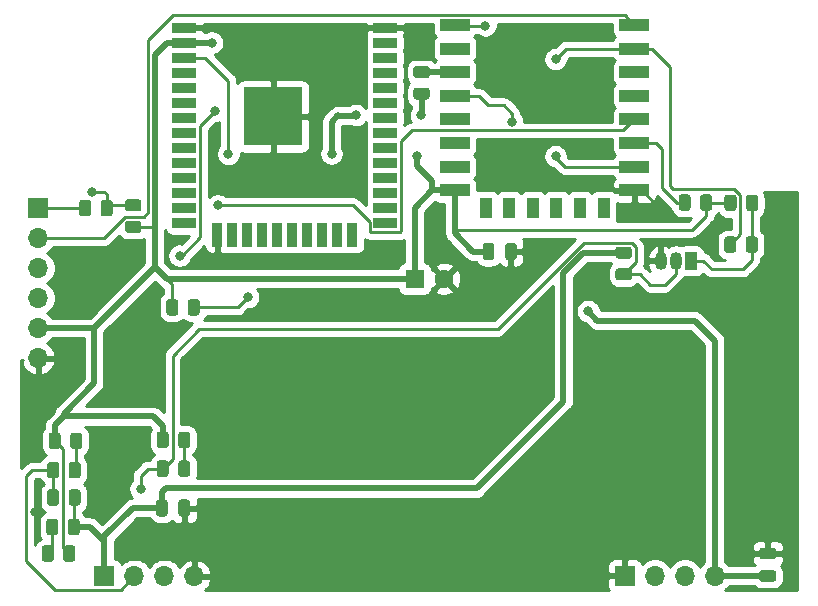
<source format=gbr>
%TF.GenerationSoftware,KiCad,Pcbnew,5.1.9+dfsg1-1*%
%TF.CreationDate,2021-05-21T09:37:11+02:00*%
%TF.ProjectId,vscp-din-m1-wireless-p1,76736370-2d64-4696-9e2d-6d312d776972,rev?*%
%TF.SameCoordinates,Original*%
%TF.FileFunction,Copper,L1,Top*%
%TF.FilePolarity,Positive*%
%FSLAX46Y46*%
G04 Gerber Fmt 4.6, Leading zero omitted, Abs format (unit mm)*
G04 Created by KiCad (PCBNEW 5.1.9+dfsg1-1) date 2021-05-21 09:37:11*
%MOMM*%
%LPD*%
G01*
G04 APERTURE LIST*
%TA.AperFunction,ComponentPad*%
%ADD10O,1.700000X1.700000*%
%TD*%
%TA.AperFunction,ComponentPad*%
%ADD11R,1.700000X1.700000*%
%TD*%
%TA.AperFunction,SMDPad,CuDef*%
%ADD12R,2.500000X1.000000*%
%TD*%
%TA.AperFunction,SMDPad,CuDef*%
%ADD13R,1.000000X1.800000*%
%TD*%
%TA.AperFunction,ComponentPad*%
%ADD14C,1.600000*%
%TD*%
%TA.AperFunction,ComponentPad*%
%ADD15R,1.600000X1.600000*%
%TD*%
%TA.AperFunction,SMDPad,CuDef*%
%ADD16R,2.000000X0.900000*%
%TD*%
%TA.AperFunction,SMDPad,CuDef*%
%ADD17R,0.900000X2.000000*%
%TD*%
%TA.AperFunction,SMDPad,CuDef*%
%ADD18R,5.000000X5.000000*%
%TD*%
%TA.AperFunction,ComponentPad*%
%ADD19R,1.050000X1.500000*%
%TD*%
%TA.AperFunction,ComponentPad*%
%ADD20O,1.050000X1.500000*%
%TD*%
%TA.AperFunction,ViaPad*%
%ADD21C,0.800000*%
%TD*%
%TA.AperFunction,Conductor*%
%ADD22C,0.250000*%
%TD*%
%TA.AperFunction,Conductor*%
%ADD23C,0.500000*%
%TD*%
%TA.AperFunction,Conductor*%
%ADD24C,0.254000*%
%TD*%
%TA.AperFunction,Conductor*%
%ADD25C,0.100000*%
%TD*%
G04 APERTURE END LIST*
D10*
%TO.P,J3,6*%
%TO.N,GND*%
X72110600Y-99695000D03*
%TO.P,J3,5*%
%TO.N,VCC*%
X72110600Y-97155000D03*
%TO.P,J3,4*%
%TO.N,/RESET*%
X72110600Y-94615000D03*
%TO.P,J3,3*%
%TO.N,/RXD*%
X72110600Y-92075000D03*
%TO.P,J3,2*%
%TO.N,/TXD*%
X72110600Y-89535000D03*
D11*
%TO.P,J3,1*%
%TO.N,/FLASH*%
X72110600Y-86995000D03*
%TD*%
%TO.P,R19,2*%
%TO.N,VCC*%
%TA.AperFunction,SMDPad,CuDef*%
G36*
G01*
X74237800Y-116705801D02*
X74237800Y-115805799D01*
G75*
G02*
X74487799Y-115555800I249999J0D01*
G01*
X75012801Y-115555800D01*
G75*
G02*
X75262800Y-115805799I0J-249999D01*
G01*
X75262800Y-116705801D01*
G75*
G02*
X75012801Y-116955800I-249999J0D01*
G01*
X74487799Y-116955800D01*
G75*
G02*
X74237800Y-116705801I0J249999D01*
G01*
G37*
%TD.AperFunction*%
%TO.P,R19,1*%
%TO.N,Net-(R15-Pad1)*%
%TA.AperFunction,SMDPad,CuDef*%
G36*
G01*
X72412800Y-116705801D02*
X72412800Y-115805799D01*
G75*
G02*
X72662799Y-115555800I249999J0D01*
G01*
X73187801Y-115555800D01*
G75*
G02*
X73437800Y-115805799I0J-249999D01*
G01*
X73437800Y-116705801D01*
G75*
G02*
X73187801Y-116955800I-249999J0D01*
G01*
X72662799Y-116955800D01*
G75*
G02*
X72412800Y-116705801I0J249999D01*
G01*
G37*
%TD.AperFunction*%
%TD*%
D12*
%TO.P,U2,22*%
%TO.N,/TXD*%
X122600000Y-71500000D03*
%TO.P,U2,21*%
%TO.N,/RXD*%
X122600000Y-73500000D03*
%TO.P,U2,20*%
%TO.N,Net-(U2-Pad20)*%
X122600000Y-75500000D03*
%TO.P,U2,19*%
%TO.N,Net-(U2-Pad19)*%
X122600000Y-77500000D03*
%TO.P,U2,18*%
%TO.N,Net-(R5-Pad2)*%
X122600000Y-79500000D03*
%TO.P,U2,17*%
%TO.N,Net-(R6-Pad2)*%
X122600000Y-81500000D03*
%TO.P,U2,16*%
%TO.N,Net-(R8-Pad2)*%
X122600000Y-83500000D03*
%TO.P,U2,15*%
%TO.N,GND*%
X122600000Y-85500000D03*
D13*
%TO.P,U2,14*%
%TO.N,Net-(U2-Pad14)*%
X120000000Y-87000000D03*
%TO.P,U2,13*%
%TO.N,Net-(U2-Pad13)*%
X118000000Y-87000000D03*
%TO.P,U2,12*%
%TO.N,Net-(U2-Pad12)*%
X116000000Y-87000000D03*
%TO.P,U2,11*%
%TO.N,Net-(U2-Pad11)*%
X114000000Y-87000000D03*
%TO.P,U2,10*%
%TO.N,Net-(U2-Pad10)*%
X112000000Y-87000000D03*
%TO.P,U2,9*%
%TO.N,Net-(U2-Pad9)*%
X110000000Y-87000000D03*
D12*
%TO.P,U2,8*%
%TO.N,VCC*%
X107400000Y-85500000D03*
%TO.P,U2,7*%
%TO.N,Net-(U2-Pad7)*%
X107400000Y-83500000D03*
%TO.P,U2,6*%
%TO.N,Net-(U2-Pad6)*%
X107400000Y-81500000D03*
%TO.P,U2,5*%
%TO.N,Net-(U2-Pad5)*%
X107400000Y-79500000D03*
%TO.P,U2,4*%
%TO.N,Net-(R4-Pad2)*%
X107400000Y-77500000D03*
%TO.P,U2,3*%
%TO.N,Net-(R1-Pad2)*%
X107400000Y-75500000D03*
%TO.P,U2,2*%
%TO.N,Net-(U2-Pad2)*%
X107400000Y-73500000D03*
%TO.P,U2,1*%
%TO.N,Net-(R3-Pad1)*%
X107400000Y-71500000D03*
%TD*%
%TO.P,R18,2*%
%TO.N,VCC*%
%TA.AperFunction,SMDPad,CuDef*%
G36*
G01*
X83166000Y-106179199D02*
X83166000Y-107079201D01*
G75*
G02*
X82916001Y-107329200I-249999J0D01*
G01*
X82390999Y-107329200D01*
G75*
G02*
X82141000Y-107079201I0J249999D01*
G01*
X82141000Y-106179199D01*
G75*
G02*
X82390999Y-105929200I249999J0D01*
G01*
X82916001Y-105929200D01*
G75*
G02*
X83166000Y-106179199I0J-249999D01*
G01*
G37*
%TD.AperFunction*%
%TO.P,R18,1*%
%TO.N,Net-(R14-Pad2)*%
%TA.AperFunction,SMDPad,CuDef*%
G36*
G01*
X84991000Y-106179199D02*
X84991000Y-107079201D01*
G75*
G02*
X84741001Y-107329200I-249999J0D01*
G01*
X84215999Y-107329200D01*
G75*
G02*
X83966000Y-107079201I0J249999D01*
G01*
X83966000Y-106179199D01*
G75*
G02*
X84215999Y-105929200I249999J0D01*
G01*
X84741001Y-105929200D01*
G75*
G02*
X84991000Y-106179199I0J-249999D01*
G01*
G37*
%TD.AperFunction*%
%TD*%
%TO.P,R17,2*%
%TO.N,VCC*%
%TA.AperFunction,SMDPad,CuDef*%
G36*
G01*
X74022000Y-106255399D02*
X74022000Y-107155401D01*
G75*
G02*
X73772001Y-107405400I-249999J0D01*
G01*
X73246999Y-107405400D01*
G75*
G02*
X72997000Y-107155401I0J249999D01*
G01*
X72997000Y-106255399D01*
G75*
G02*
X73246999Y-106005400I249999J0D01*
G01*
X73772001Y-106005400D01*
G75*
G02*
X74022000Y-106255399I0J-249999D01*
G01*
G37*
%TD.AperFunction*%
%TO.P,R17,1*%
%TO.N,Net-(R13-Pad2)*%
%TA.AperFunction,SMDPad,CuDef*%
G36*
G01*
X75847000Y-106255399D02*
X75847000Y-107155401D01*
G75*
G02*
X75597001Y-107405400I-249999J0D01*
G01*
X75071999Y-107405400D01*
G75*
G02*
X74822000Y-107155401I0J249999D01*
G01*
X74822000Y-106255399D01*
G75*
G02*
X75071999Y-106005400I249999J0D01*
G01*
X75597001Y-106005400D01*
G75*
G02*
X75847000Y-106255399I0J-249999D01*
G01*
G37*
%TD.AperFunction*%
%TD*%
%TO.P,R16,2*%
%TO.N,Net-(R16-Pad2)*%
%TA.AperFunction,SMDPad,CuDef*%
G36*
G01*
X84778800Y-95852401D02*
X84778800Y-94952399D01*
G75*
G02*
X85028799Y-94702400I249999J0D01*
G01*
X85553801Y-94702400D01*
G75*
G02*
X85803800Y-94952399I0J-249999D01*
G01*
X85803800Y-95852401D01*
G75*
G02*
X85553801Y-96102400I-249999J0D01*
G01*
X85028799Y-96102400D01*
G75*
G02*
X84778800Y-95852401I0J249999D01*
G01*
G37*
%TD.AperFunction*%
%TO.P,R16,1*%
%TO.N,VCC*%
%TA.AperFunction,SMDPad,CuDef*%
G36*
G01*
X82953800Y-95852401D02*
X82953800Y-94952399D01*
G75*
G02*
X83203799Y-94702400I249999J0D01*
G01*
X83728801Y-94702400D01*
G75*
G02*
X83978800Y-94952399I0J-249999D01*
G01*
X83978800Y-95852401D01*
G75*
G02*
X83728801Y-96102400I-249999J0D01*
G01*
X83203799Y-96102400D01*
G75*
G02*
X82953800Y-95852401I0J249999D01*
G01*
G37*
%TD.AperFunction*%
%TD*%
%TO.P,R15,2*%
%TO.N,VDD*%
%TA.AperFunction,SMDPad,CuDef*%
G36*
G01*
X74616900Y-114445201D02*
X74616900Y-113545199D01*
G75*
G02*
X74866899Y-113295200I249999J0D01*
G01*
X75391901Y-113295200D01*
G75*
G02*
X75641900Y-113545199I0J-249999D01*
G01*
X75641900Y-114445201D01*
G75*
G02*
X75391901Y-114695200I-249999J0D01*
G01*
X74866899Y-114695200D01*
G75*
G02*
X74616900Y-114445201I0J249999D01*
G01*
G37*
%TD.AperFunction*%
%TO.P,R15,1*%
%TO.N,Net-(R15-Pad1)*%
%TA.AperFunction,SMDPad,CuDef*%
G36*
G01*
X72791900Y-114445201D02*
X72791900Y-113545199D01*
G75*
G02*
X73041899Y-113295200I249999J0D01*
G01*
X73566901Y-113295200D01*
G75*
G02*
X73816900Y-113545199I0J-249999D01*
G01*
X73816900Y-114445201D01*
G75*
G02*
X73566901Y-114695200I-249999J0D01*
G01*
X73041899Y-114695200D01*
G75*
G02*
X72791900Y-114445201I0J249999D01*
G01*
G37*
%TD.AperFunction*%
%TD*%
%TO.P,R14,2*%
%TO.N,Net-(R14-Pad2)*%
%TA.AperFunction,SMDPad,CuDef*%
G36*
G01*
X83966000Y-109517601D02*
X83966000Y-108617599D01*
G75*
G02*
X84215999Y-108367600I249999J0D01*
G01*
X84741001Y-108367600D01*
G75*
G02*
X84991000Y-108617599I0J-249999D01*
G01*
X84991000Y-109517601D01*
G75*
G02*
X84741001Y-109767600I-249999J0D01*
G01*
X84215999Y-109767600D01*
G75*
G02*
X83966000Y-109517601I0J249999D01*
G01*
G37*
%TD.AperFunction*%
%TO.P,R14,1*%
%TO.N,Net-(J1-Pad3)*%
%TA.AperFunction,SMDPad,CuDef*%
G36*
G01*
X82141000Y-109517601D02*
X82141000Y-108617599D01*
G75*
G02*
X82390999Y-108367600I249999J0D01*
G01*
X82916001Y-108367600D01*
G75*
G02*
X83166000Y-108617599I0J-249999D01*
G01*
X83166000Y-109517601D01*
G75*
G02*
X82916001Y-109767600I-249999J0D01*
G01*
X82390999Y-109767600D01*
G75*
G02*
X82141000Y-109517601I0J249999D01*
G01*
G37*
%TD.AperFunction*%
%TD*%
%TO.P,R13,2*%
%TO.N,Net-(R13-Pad2)*%
%TA.AperFunction,SMDPad,CuDef*%
G36*
G01*
X74693100Y-109644601D02*
X74693100Y-108744599D01*
G75*
G02*
X74943099Y-108494600I249999J0D01*
G01*
X75468101Y-108494600D01*
G75*
G02*
X75718100Y-108744599I0J-249999D01*
G01*
X75718100Y-109644601D01*
G75*
G02*
X75468101Y-109894600I-249999J0D01*
G01*
X74943099Y-109894600D01*
G75*
G02*
X74693100Y-109644601I0J249999D01*
G01*
G37*
%TD.AperFunction*%
%TO.P,R13,1*%
%TO.N,Net-(J1-Pad2)*%
%TA.AperFunction,SMDPad,CuDef*%
G36*
G01*
X72868100Y-109644601D02*
X72868100Y-108744599D01*
G75*
G02*
X73118099Y-108494600I249999J0D01*
G01*
X73643101Y-108494600D01*
G75*
G02*
X73893100Y-108744599I0J-249999D01*
G01*
X73893100Y-109644601D01*
G75*
G02*
X73643101Y-109894600I-249999J0D01*
G01*
X73118099Y-109894600D01*
G75*
G02*
X72868100Y-109644601I0J249999D01*
G01*
G37*
%TD.AperFunction*%
%TD*%
%TO.P,R12,2*%
%TO.N,VDD*%
%TA.AperFunction,SMDPad,CuDef*%
G36*
G01*
X74695000Y-111956001D02*
X74695000Y-111055999D01*
G75*
G02*
X74944999Y-110806000I249999J0D01*
G01*
X75470001Y-110806000D01*
G75*
G02*
X75720000Y-111055999I0J-249999D01*
G01*
X75720000Y-111956001D01*
G75*
G02*
X75470001Y-112206000I-249999J0D01*
G01*
X74944999Y-112206000D01*
G75*
G02*
X74695000Y-111956001I0J249999D01*
G01*
G37*
%TD.AperFunction*%
%TO.P,R12,1*%
%TO.N,Net-(J1-Pad2)*%
%TA.AperFunction,SMDPad,CuDef*%
G36*
G01*
X72870000Y-111956001D02*
X72870000Y-111055999D01*
G75*
G02*
X73119999Y-110806000I249999J0D01*
G01*
X73645001Y-110806000D01*
G75*
G02*
X73895000Y-111055999I0J-249999D01*
G01*
X73895000Y-111956001D01*
G75*
G02*
X73645001Y-112206000I-249999J0D01*
G01*
X73119999Y-112206000D01*
G75*
G02*
X72870000Y-111956001I0J249999D01*
G01*
G37*
%TD.AperFunction*%
%TD*%
%TO.P,R11,2*%
%TO.N,/RXD*%
%TA.AperFunction,SMDPad,CuDef*%
G36*
G01*
X131222800Y-89643799D02*
X131222800Y-90543801D01*
G75*
G02*
X130972801Y-90793800I-249999J0D01*
G01*
X130447799Y-90793800D01*
G75*
G02*
X130197800Y-90543801I0J249999D01*
G01*
X130197800Y-89643799D01*
G75*
G02*
X130447799Y-89393800I249999J0D01*
G01*
X130972801Y-89393800D01*
G75*
G02*
X131222800Y-89643799I0J-249999D01*
G01*
G37*
%TD.AperFunction*%
%TO.P,R11,1*%
%TO.N,Net-(Q1-Pad1)*%
%TA.AperFunction,SMDPad,CuDef*%
G36*
G01*
X133047800Y-89643799D02*
X133047800Y-90543801D01*
G75*
G02*
X132797801Y-90793800I-249999J0D01*
G01*
X132272799Y-90793800D01*
G75*
G02*
X132022800Y-90543801I0J249999D01*
G01*
X132022800Y-89643799D01*
G75*
G02*
X132272799Y-89393800I249999J0D01*
G01*
X132797801Y-89393800D01*
G75*
G02*
X133047800Y-89643799I0J-249999D01*
G01*
G37*
%TD.AperFunction*%
%TD*%
%TO.P,R10,2*%
%TO.N,VCC*%
%TA.AperFunction,SMDPad,CuDef*%
G36*
G01*
X131246300Y-86113199D02*
X131246300Y-87013201D01*
G75*
G02*
X130996301Y-87263200I-249999J0D01*
G01*
X130471299Y-87263200D01*
G75*
G02*
X130221300Y-87013201I0J249999D01*
G01*
X130221300Y-86113199D01*
G75*
G02*
X130471299Y-85863200I249999J0D01*
G01*
X130996301Y-85863200D01*
G75*
G02*
X131246300Y-86113199I0J-249999D01*
G01*
G37*
%TD.AperFunction*%
%TO.P,R10,1*%
%TO.N,Net-(Q1-Pad1)*%
%TA.AperFunction,SMDPad,CuDef*%
G36*
G01*
X133071300Y-86113199D02*
X133071300Y-87013201D01*
G75*
G02*
X132821301Y-87263200I-249999J0D01*
G01*
X132296299Y-87263200D01*
G75*
G02*
X132046300Y-87013201I0J249999D01*
G01*
X132046300Y-86113199D01*
G75*
G02*
X132296299Y-85863200I249999J0D01*
G01*
X132821301Y-85863200D01*
G75*
G02*
X133071300Y-86113199I0J-249999D01*
G01*
G37*
%TD.AperFunction*%
%TD*%
%TO.P,R9,2*%
%TO.N,VDD*%
%TA.AperFunction,SMDPad,CuDef*%
G36*
G01*
X122141401Y-91294000D02*
X121241399Y-91294000D01*
G75*
G02*
X120991400Y-91044001I0J249999D01*
G01*
X120991400Y-90518999D01*
G75*
G02*
X121241399Y-90269000I249999J0D01*
G01*
X122141401Y-90269000D01*
G75*
G02*
X122391400Y-90518999I0J-249999D01*
G01*
X122391400Y-91044001D01*
G75*
G02*
X122141401Y-91294000I-249999J0D01*
G01*
G37*
%TD.AperFunction*%
%TO.P,R9,1*%
%TO.N,Net-(J1-Pad3)*%
%TA.AperFunction,SMDPad,CuDef*%
G36*
G01*
X122141401Y-93119000D02*
X121241399Y-93119000D01*
G75*
G02*
X120991400Y-92869001I0J249999D01*
G01*
X120991400Y-92343999D01*
G75*
G02*
X121241399Y-92094000I249999J0D01*
G01*
X122141401Y-92094000D01*
G75*
G02*
X122391400Y-92343999I0J-249999D01*
G01*
X122391400Y-92869001D01*
G75*
G02*
X122141401Y-93119000I-249999J0D01*
G01*
G37*
%TD.AperFunction*%
%TD*%
%TO.P,R7,2*%
%TO.N,/FLASH*%
%TA.AperFunction,SMDPad,CuDef*%
G36*
G01*
X76600000Y-86549999D02*
X76600000Y-87450001D01*
G75*
G02*
X76350001Y-87700000I-249999J0D01*
G01*
X75824999Y-87700000D01*
G75*
G02*
X75575000Y-87450001I0J249999D01*
G01*
X75575000Y-86549999D01*
G75*
G02*
X75824999Y-86300000I249999J0D01*
G01*
X76350001Y-86300000D01*
G75*
G02*
X76600000Y-86549999I0J-249999D01*
G01*
G37*
%TD.AperFunction*%
%TO.P,R7,1*%
%TO.N,Net-(R5-Pad2)*%
%TA.AperFunction,SMDPad,CuDef*%
G36*
G01*
X78425000Y-86549999D02*
X78425000Y-87450001D01*
G75*
G02*
X78175001Y-87700000I-249999J0D01*
G01*
X77649999Y-87700000D01*
G75*
G02*
X77400000Y-87450001I0J249999D01*
G01*
X77400000Y-86549999D01*
G75*
G02*
X77649999Y-86300000I249999J0D01*
G01*
X78175001Y-86300000D01*
G75*
G02*
X78425000Y-86549999I0J-249999D01*
G01*
G37*
%TD.AperFunction*%
%TD*%
%TO.P,R6,2*%
%TO.N,Net-(R6-Pad2)*%
%TA.AperFunction,SMDPad,CuDef*%
G36*
G01*
X127362000Y-86087799D02*
X127362000Y-86987801D01*
G75*
G02*
X127112001Y-87237800I-249999J0D01*
G01*
X126586999Y-87237800D01*
G75*
G02*
X126337000Y-86987801I0J249999D01*
G01*
X126337000Y-86087799D01*
G75*
G02*
X126586999Y-85837800I249999J0D01*
G01*
X127112001Y-85837800D01*
G75*
G02*
X127362000Y-86087799I0J-249999D01*
G01*
G37*
%TD.AperFunction*%
%TO.P,R6,1*%
%TO.N,VCC*%
%TA.AperFunction,SMDPad,CuDef*%
G36*
G01*
X129187000Y-86087799D02*
X129187000Y-86987801D01*
G75*
G02*
X128937001Y-87237800I-249999J0D01*
G01*
X128411999Y-87237800D01*
G75*
G02*
X128162000Y-86987801I0J249999D01*
G01*
X128162000Y-86087799D01*
G75*
G02*
X128411999Y-85837800I249999J0D01*
G01*
X128937001Y-85837800D01*
G75*
G02*
X129187000Y-86087799I0J-249999D01*
G01*
G37*
%TD.AperFunction*%
%TD*%
%TO.P,R5,2*%
%TO.N,Net-(R5-Pad2)*%
%TA.AperFunction,SMDPad,CuDef*%
G36*
G01*
X80612401Y-87280800D02*
X79712399Y-87280800D01*
G75*
G02*
X79462400Y-87030801I0J249999D01*
G01*
X79462400Y-86505799D01*
G75*
G02*
X79712399Y-86255800I249999J0D01*
G01*
X80612401Y-86255800D01*
G75*
G02*
X80862400Y-86505799I0J-249999D01*
G01*
X80862400Y-87030801D01*
G75*
G02*
X80612401Y-87280800I-249999J0D01*
G01*
G37*
%TD.AperFunction*%
%TO.P,R5,1*%
%TO.N,VCC*%
%TA.AperFunction,SMDPad,CuDef*%
G36*
G01*
X80612401Y-89105800D02*
X79712399Y-89105800D01*
G75*
G02*
X79462400Y-88855801I0J249999D01*
G01*
X79462400Y-88330799D01*
G75*
G02*
X79712399Y-88080800I249999J0D01*
G01*
X80612401Y-88080800D01*
G75*
G02*
X80862400Y-88330799I0J-249999D01*
G01*
X80862400Y-88855801D01*
G75*
G02*
X80612401Y-89105800I-249999J0D01*
G01*
G37*
%TD.AperFunction*%
%TD*%
%TO.P,R1,2*%
%TO.N,Net-(R1-Pad2)*%
%TA.AperFunction,SMDPad,CuDef*%
G36*
G01*
X105021801Y-76003200D02*
X104121799Y-76003200D01*
G75*
G02*
X103871800Y-75753201I0J249999D01*
G01*
X103871800Y-75228199D01*
G75*
G02*
X104121799Y-74978200I249999J0D01*
G01*
X105021801Y-74978200D01*
G75*
G02*
X105271800Y-75228199I0J-249999D01*
G01*
X105271800Y-75753201D01*
G75*
G02*
X105021801Y-76003200I-249999J0D01*
G01*
G37*
%TD.AperFunction*%
%TO.P,R1,1*%
%TO.N,VCC*%
%TA.AperFunction,SMDPad,CuDef*%
G36*
G01*
X105021801Y-77828200D02*
X104121799Y-77828200D01*
G75*
G02*
X103871800Y-77578201I0J249999D01*
G01*
X103871800Y-77053199D01*
G75*
G02*
X104121799Y-76803200I249999J0D01*
G01*
X105021801Y-76803200D01*
G75*
G02*
X105271800Y-77053199I0J-249999D01*
G01*
X105271800Y-77578201D01*
G75*
G02*
X105021801Y-77828200I-249999J0D01*
G01*
G37*
%TD.AperFunction*%
%TD*%
%TO.P,C6,2*%
%TO.N,GND*%
%TA.AperFunction,SMDPad,CuDef*%
G36*
G01*
X83990600Y-112870000D02*
X83990600Y-111920000D01*
G75*
G02*
X84240600Y-111670000I250000J0D01*
G01*
X84740600Y-111670000D01*
G75*
G02*
X84990600Y-111920000I0J-250000D01*
G01*
X84990600Y-112870000D01*
G75*
G02*
X84740600Y-113120000I-250000J0D01*
G01*
X84240600Y-113120000D01*
G75*
G02*
X83990600Y-112870000I0J250000D01*
G01*
G37*
%TD.AperFunction*%
%TO.P,C6,1*%
%TO.N,VDD*%
%TA.AperFunction,SMDPad,CuDef*%
G36*
G01*
X82090600Y-112870000D02*
X82090600Y-111920000D01*
G75*
G02*
X82340600Y-111670000I250000J0D01*
G01*
X82840600Y-111670000D01*
G75*
G02*
X83090600Y-111920000I0J-250000D01*
G01*
X83090600Y-112870000D01*
G75*
G02*
X82840600Y-113120000I-250000J0D01*
G01*
X82340600Y-113120000D01*
G75*
G02*
X82090600Y-112870000I0J250000D01*
G01*
G37*
%TD.AperFunction*%
%TD*%
%TO.P,C5,2*%
%TO.N,GND*%
%TA.AperFunction,SMDPad,CuDef*%
G36*
G01*
X134358400Y-116745600D02*
X133408400Y-116745600D01*
G75*
G02*
X133158400Y-116495600I0J250000D01*
G01*
X133158400Y-115995600D01*
G75*
G02*
X133408400Y-115745600I250000J0D01*
G01*
X134358400Y-115745600D01*
G75*
G02*
X134608400Y-115995600I0J-250000D01*
G01*
X134608400Y-116495600D01*
G75*
G02*
X134358400Y-116745600I-250000J0D01*
G01*
G37*
%TD.AperFunction*%
%TO.P,C5,1*%
%TO.N,VCC*%
%TA.AperFunction,SMDPad,CuDef*%
G36*
G01*
X134358400Y-118645600D02*
X133408400Y-118645600D01*
G75*
G02*
X133158400Y-118395600I0J250000D01*
G01*
X133158400Y-117895600D01*
G75*
G02*
X133408400Y-117645600I250000J0D01*
G01*
X134358400Y-117645600D01*
G75*
G02*
X134608400Y-117895600I0J-250000D01*
G01*
X134608400Y-118395600D01*
G75*
G02*
X134358400Y-118645600I-250000J0D01*
G01*
G37*
%TD.AperFunction*%
%TD*%
D14*
%TO.P,C2,2*%
%TO.N,GND*%
X106500000Y-93000000D03*
D15*
%TO.P,C2,1*%
%TO.N,VCC*%
X104000000Y-93000000D03*
%TD*%
%TO.P,C1,2*%
%TO.N,GND*%
%TA.AperFunction,SMDPad,CuDef*%
G36*
G01*
X111636000Y-91153000D02*
X111636000Y-90203000D01*
G75*
G02*
X111886000Y-89953000I250000J0D01*
G01*
X112386000Y-89953000D01*
G75*
G02*
X112636000Y-90203000I0J-250000D01*
G01*
X112636000Y-91153000D01*
G75*
G02*
X112386000Y-91403000I-250000J0D01*
G01*
X111886000Y-91403000D01*
G75*
G02*
X111636000Y-91153000I0J250000D01*
G01*
G37*
%TD.AperFunction*%
%TO.P,C1,1*%
%TO.N,VCC*%
%TA.AperFunction,SMDPad,CuDef*%
G36*
G01*
X109736000Y-91153000D02*
X109736000Y-90203000D01*
G75*
G02*
X109986000Y-89953000I250000J0D01*
G01*
X110486000Y-89953000D01*
G75*
G02*
X110736000Y-90203000I0J-250000D01*
G01*
X110736000Y-91153000D01*
G75*
G02*
X110486000Y-91403000I-250000J0D01*
G01*
X109986000Y-91403000D01*
G75*
G02*
X109736000Y-91153000I0J250000D01*
G01*
G37*
%TD.AperFunction*%
%TD*%
D16*
%TO.P,U1,38*%
%TO.N,GND*%
X101500000Y-71745000D03*
%TO.P,U1,37*%
%TO.N,Net-(U1-Pad37)*%
X101500000Y-73015000D03*
%TO.P,U1,36*%
%TO.N,Net-(U1-Pad36)*%
X101500000Y-74285000D03*
%TO.P,U1,35*%
%TO.N,Net-(U1-Pad35)*%
X101500000Y-75555000D03*
%TO.P,U1,34*%
%TO.N,Net-(U1-Pad34)*%
X101500000Y-76825000D03*
%TO.P,U1,33*%
%TO.N,Net-(U1-Pad33)*%
X101500000Y-78095000D03*
%TO.P,U1,32*%
%TO.N,Net-(U1-Pad32)*%
X101500000Y-79365000D03*
%TO.P,U1,31*%
%TO.N,Net-(U1-Pad31)*%
X101500000Y-80635000D03*
%TO.P,U1,30*%
%TO.N,Net-(U1-Pad30)*%
X101500000Y-81905000D03*
%TO.P,U1,29*%
%TO.N,Net-(U1-Pad29)*%
X101500000Y-83175000D03*
%TO.P,U1,28*%
%TO.N,Net-(U1-Pad28)*%
X101500000Y-84445000D03*
%TO.P,U1,27*%
%TO.N,Net-(U1-Pad27)*%
X101500000Y-85715000D03*
%TO.P,U1,26*%
%TO.N,Net-(U1-Pad26)*%
X101500000Y-86985000D03*
%TO.P,U1,25*%
%TO.N,Net-(U1-Pad25)*%
X101500000Y-88255000D03*
D17*
%TO.P,U1,24*%
%TO.N,Net-(U1-Pad24)*%
X98715000Y-89255000D03*
%TO.P,U1,23*%
%TO.N,Net-(U1-Pad23)*%
X97445000Y-89255000D03*
%TO.P,U1,22*%
%TO.N,Net-(U1-Pad22)*%
X96175000Y-89255000D03*
%TO.P,U1,21*%
%TO.N,Net-(U1-Pad21)*%
X94905000Y-89255000D03*
%TO.P,U1,20*%
%TO.N,Net-(U1-Pad20)*%
X93635000Y-89255000D03*
%TO.P,U1,19*%
%TO.N,Net-(U1-Pad19)*%
X92365000Y-89255000D03*
%TO.P,U1,18*%
%TO.N,Net-(U1-Pad18)*%
X91095000Y-89255000D03*
%TO.P,U1,17*%
%TO.N,Net-(U1-Pad17)*%
X89825000Y-89255000D03*
%TO.P,U1,16*%
%TO.N,Net-(U1-Pad16)*%
X88555000Y-89255000D03*
%TO.P,U1,15*%
%TO.N,GND*%
X87285000Y-89255000D03*
D16*
%TO.P,U1,14*%
%TO.N,Net-(U1-Pad14)*%
X84500000Y-88255000D03*
%TO.P,U1,13*%
%TO.N,Net-(U1-Pad13)*%
X84500000Y-86985000D03*
%TO.P,U1,12*%
%TO.N,Net-(U1-Pad12)*%
X84500000Y-85715000D03*
%TO.P,U1,11*%
%TO.N,Net-(U1-Pad11)*%
X84500000Y-84445000D03*
%TO.P,U1,10*%
%TO.N,Net-(U1-Pad10)*%
X84500000Y-83175000D03*
%TO.P,U1,9*%
%TO.N,Net-(U1-Pad9)*%
X84500000Y-81905000D03*
%TO.P,U1,8*%
%TO.N,Net-(U1-Pad8)*%
X84500000Y-80635000D03*
%TO.P,U1,7*%
%TO.N,Net-(U1-Pad7)*%
X84500000Y-79365000D03*
%TO.P,U1,6*%
%TO.N,Net-(U1-Pad6)*%
X84500000Y-78095000D03*
%TO.P,U1,5*%
%TO.N,Net-(U1-Pad5)*%
X84500000Y-76825000D03*
%TO.P,U1,4*%
%TO.N,Net-(U1-Pad4)*%
X84500000Y-75555000D03*
%TO.P,U1,3*%
%TO.N,Net-(R16-Pad2)*%
X84500000Y-74285000D03*
%TO.P,U1,2*%
%TO.N,VCC*%
X84500000Y-73015000D03*
%TO.P,U1,1*%
%TO.N,GND*%
X84500000Y-71745000D03*
D18*
%TO.P,U1,39*%
X92000000Y-79245000D03*
%TD*%
D19*
%TO.P,Q1,1*%
%TO.N,Net-(Q1-Pad1)*%
X127381000Y-91465400D03*
D20*
%TO.P,Q1,3*%
%TO.N,GND*%
X124841000Y-91465400D03*
%TO.P,Q1,2*%
%TO.N,Net-(J1-Pad3)*%
X126111000Y-91465400D03*
%TD*%
D10*
%TO.P,J2,4*%
%TO.N,VCC*%
X129413000Y-118135400D03*
%TO.P,J2,3*%
%TO.N,Net-(J2-Pad3)*%
X126873000Y-118135400D03*
%TO.P,J2,2*%
%TO.N,Net-(J2-Pad2)*%
X124333000Y-118135400D03*
D11*
%TO.P,J2,1*%
%TO.N,GND*%
X121793000Y-118135400D03*
%TD*%
D10*
%TO.P,J1,4*%
%TO.N,GND*%
X85344000Y-118160800D03*
%TO.P,J1,3*%
%TO.N,Net-(J1-Pad3)*%
X82804000Y-118160800D03*
%TO.P,J1,2*%
%TO.N,Net-(J1-Pad2)*%
X80264000Y-118160800D03*
D11*
%TO.P,J1,1*%
%TO.N,VDD*%
X77724000Y-118160800D03*
%TD*%
D21*
%TO.N,Net-(J1-Pad3)*%
X80797400Y-110769400D03*
%TO.N,Net-(J1-Pad2)*%
X80264000Y-118160800D03*
%TO.N,GND*%
X115011200Y-78155800D03*
X108051600Y-102971600D03*
X91973400Y-84124800D03*
X87299800Y-91490800D03*
X97688400Y-72440800D03*
X122199400Y-102793800D03*
X118313200Y-78028800D03*
X124968000Y-87452200D03*
X112039400Y-82753200D03*
X80467200Y-100228400D03*
X80060800Y-107315000D03*
X77393800Y-94335600D03*
X71805800Y-112699800D03*
%TO.N,VCC*%
X86817200Y-72999600D03*
X104546400Y-79146400D03*
X118668800Y-95732600D03*
X104165400Y-82550000D03*
X96951800Y-82397600D03*
X99009200Y-79121000D03*
%TO.N,/RESET*%
X87122000Y-78765400D03*
X84099400Y-91033600D03*
%TO.N,Net-(R3-Pad1)*%
X109982000Y-71551800D03*
%TO.N,Net-(R4-Pad2)*%
X112242600Y-79705200D03*
%TO.N,Net-(R5-Pad2)*%
X87325200Y-86766400D03*
X76657200Y-85625000D03*
%TO.N,Net-(R8-Pad2)*%
X115925600Y-82600800D03*
%TO.N,/RXD*%
X115925600Y-74396600D03*
%TO.N,Net-(R16-Pad2)*%
X89865200Y-94538800D03*
X88214200Y-82423000D03*
%TD*%
D22*
%TO.N,Net-(J1-Pad3)*%
X121691400Y-92606500D02*
X123061100Y-92606500D01*
X123061100Y-92606500D02*
X123952000Y-93497400D01*
X123952000Y-93497400D02*
X125171200Y-93497400D01*
X126111000Y-92557600D02*
X126111000Y-91465400D01*
X125171200Y-93497400D02*
X126111000Y-92557600D01*
X82653500Y-109067600D02*
X81381600Y-109067600D01*
X80797400Y-109651800D02*
X80797400Y-110769400D01*
X81381600Y-109067600D02*
X80797400Y-109651800D01*
X122716410Y-91581490D02*
X121691400Y-92606500D01*
X122716410Y-90280820D02*
X122716410Y-91581490D01*
X118310224Y-89943990D02*
X122379580Y-89943990D01*
X111023014Y-97231200D02*
X118310224Y-89943990D01*
X85750400Y-97231200D02*
X111023014Y-97231200D01*
X83491010Y-108230090D02*
X83491010Y-99490590D01*
X122379580Y-89943990D02*
X122716410Y-90280820D01*
X83491010Y-99490590D02*
X85750400Y-97231200D01*
X82653500Y-109067600D02*
X83491010Y-108230090D01*
%TO.N,Net-(J1-Pad2)*%
X73382500Y-109196500D02*
X73380600Y-109194600D01*
X73382500Y-111506000D02*
X73382500Y-109196500D01*
X79088999Y-119335801D02*
X80264000Y-118160800D01*
X71069200Y-116840000D02*
X73565001Y-119335801D01*
X71069200Y-109702600D02*
X71069200Y-116840000D01*
X71577200Y-109194600D02*
X71069200Y-109702600D01*
X73565001Y-119335801D02*
X79088999Y-119335801D01*
X73380600Y-109194600D02*
X71577200Y-109194600D01*
%TO.N,Net-(Q1-Pad1)*%
X127381000Y-91465400D02*
X128422400Y-91465400D01*
X128422400Y-91465400D02*
X129133600Y-92176600D01*
X129133600Y-92176600D02*
X131749800Y-92176600D01*
X132535300Y-91391100D02*
X132535300Y-90093800D01*
X131749800Y-92176600D02*
X132535300Y-91391100D01*
X132535300Y-86586700D02*
X132558800Y-86563200D01*
X132535300Y-90093800D02*
X132535300Y-86586700D01*
%TO.N,GND*%
X122600000Y-85500000D02*
X123244400Y-85500000D01*
X124968000Y-87223600D02*
X124968000Y-87452200D01*
X123244400Y-85500000D02*
X124968000Y-87223600D01*
X118186200Y-78155800D02*
X118313200Y-78028800D01*
X115011200Y-78155800D02*
X118186200Y-78155800D01*
D23*
%TO.N,VCC*%
X104000000Y-93000000D02*
X104000000Y-87000000D01*
X105500000Y-85500000D02*
X107400000Y-85500000D01*
X104000000Y-87000000D02*
X105500000Y-85500000D01*
X104000000Y-93000000D02*
X83000000Y-93000000D01*
X83000000Y-93000000D02*
X82000000Y-92000000D01*
X83000000Y-73015000D02*
X84500000Y-73015000D01*
X82000000Y-74015000D02*
X83000000Y-73015000D01*
X84515400Y-72999600D02*
X84500000Y-73015000D01*
X86817200Y-72999600D02*
X84515400Y-72999600D01*
X110236000Y-90678000D02*
X108940600Y-90678000D01*
X107400000Y-89137400D02*
X107400000Y-85500000D01*
X108940600Y-90678000D02*
X107400000Y-89137400D01*
X104571800Y-77315700D02*
X104571800Y-79070200D01*
X104571800Y-79121000D02*
X104546400Y-79146400D01*
X104571800Y-79070200D02*
X104571800Y-79121000D01*
X76845000Y-97155000D02*
X82000000Y-92000000D01*
X72110600Y-97155000D02*
X76845000Y-97155000D01*
D22*
X81803700Y-88593300D02*
X82000000Y-88789600D01*
X80162400Y-88593300D02*
X81803700Y-88593300D01*
D23*
X82000000Y-88789600D02*
X82000000Y-74015000D01*
X82000000Y-92000000D02*
X82000000Y-88789600D01*
D22*
X128699900Y-86563200D02*
X128674500Y-86537800D01*
X130733800Y-86563200D02*
X128699900Y-86563200D01*
X128674500Y-86537800D02*
X128674500Y-87631900D01*
X128674500Y-87631900D02*
X127482600Y-88823800D01*
X107713600Y-88823800D02*
X107400000Y-89137400D01*
X127482600Y-88823800D02*
X107713600Y-88823800D01*
D23*
X73509500Y-106705400D02*
X73509500Y-105408100D01*
X73509500Y-105408100D02*
X74295000Y-104622600D01*
X74295000Y-104622600D02*
X81838800Y-104622600D01*
X82653500Y-105437300D02*
X82653500Y-106629200D01*
X81838800Y-104622600D02*
X82653500Y-105437300D01*
X74295000Y-104622600D02*
X74295000Y-104394000D01*
X76845000Y-101844000D02*
X76845000Y-97155000D01*
X74295000Y-104394000D02*
X76845000Y-101844000D01*
D22*
X74220010Y-107415910D02*
X73509500Y-106705400D01*
X74220010Y-115725510D02*
X74220010Y-107415910D01*
X74750300Y-116255800D02*
X74220010Y-115725510D01*
D23*
X133873200Y-118135400D02*
X133883400Y-118145600D01*
X129413000Y-118135400D02*
X133873200Y-118135400D01*
X129413000Y-118135400D02*
X129413000Y-98247200D01*
X129413000Y-98247200D02*
X127685800Y-96520000D01*
X119456200Y-96520000D02*
X118668800Y-95732600D01*
X127685800Y-96520000D02*
X119456200Y-96520000D01*
X105500000Y-85500000D02*
X105500000Y-84748200D01*
X104165400Y-83413600D02*
X104165400Y-82550000D01*
X105500000Y-84748200D02*
X104165400Y-83413600D01*
X96951800Y-82397600D02*
X96951800Y-79705200D01*
X96951800Y-79705200D02*
X97536000Y-79121000D01*
X97536000Y-79121000D02*
X97586800Y-79171800D01*
X98958400Y-79171800D02*
X99009200Y-79121000D01*
X97586800Y-79171800D02*
X98958400Y-79171800D01*
D22*
X83466300Y-93466300D02*
X83000000Y-93000000D01*
X83466300Y-95402400D02*
X83466300Y-93466300D01*
%TO.N,/RESET*%
X85825001Y-80062399D02*
X85825001Y-89485799D01*
X87122000Y-78765400D02*
X85825001Y-80062399D01*
X84277200Y-91033600D02*
X84099400Y-91033600D01*
X85825001Y-89485799D02*
X84277200Y-91033600D01*
D23*
%TO.N,VDD*%
X77724000Y-118160800D02*
X77724000Y-115214400D01*
X76504800Y-113995200D02*
X75129400Y-113995200D01*
X77724000Y-115214400D02*
X76504800Y-113995200D01*
D22*
X75129400Y-111584100D02*
X75207500Y-111506000D01*
X75129400Y-113995200D02*
X75129400Y-111584100D01*
D23*
X77724000Y-115214400D02*
X77724000Y-114782600D01*
X80111600Y-112395000D02*
X82590600Y-112395000D01*
X77724000Y-114782600D02*
X80111600Y-112395000D01*
X82590600Y-112395000D02*
X82590600Y-111059000D01*
X82590600Y-111059000D02*
X82931000Y-110718600D01*
X82931000Y-110718600D02*
X109245400Y-110718600D01*
X109245400Y-110718600D02*
X116586000Y-103378000D01*
X116586000Y-103378000D02*
X116586000Y-92481400D01*
X118285900Y-90781500D02*
X121691400Y-90781500D01*
X116586000Y-92481400D02*
X118285900Y-90781500D01*
%TO.N,Net-(R1-Pad2)*%
X107390700Y-75490700D02*
X107400000Y-75500000D01*
X104571800Y-75490700D02*
X107390700Y-75490700D01*
D22*
%TO.N,Net-(R3-Pad1)*%
X107451800Y-71551800D02*
X107400000Y-71500000D01*
X109982000Y-71551800D02*
X107451800Y-71551800D01*
%TO.N,Net-(R4-Pad2)*%
X107400000Y-77500000D02*
X109402400Y-77500000D01*
X109402400Y-77500000D02*
X110210600Y-78308200D01*
X110210600Y-78308200D02*
X111556800Y-78308200D01*
X112242600Y-78994000D02*
X112242600Y-79705200D01*
X111556800Y-78308200D02*
X112242600Y-78994000D01*
%TO.N,Net-(R5-Pad2)*%
X78144200Y-86768300D02*
X77912500Y-87000000D01*
X80162400Y-86768300D02*
X78144200Y-86768300D01*
X100174999Y-88166001D02*
X98775398Y-86766400D01*
X100174999Y-88965001D02*
X100174999Y-88166001D01*
X102760001Y-89030001D02*
X100239999Y-89030001D01*
X102825001Y-88965001D02*
X102760001Y-89030001D01*
X103755202Y-80430201D02*
X102825001Y-81360402D01*
X121669799Y-80430201D02*
X103755202Y-80430201D01*
X100239999Y-89030001D02*
X100174999Y-88965001D01*
X102825001Y-81360402D02*
X102825001Y-88965001D01*
X122600000Y-79500000D02*
X121669799Y-80430201D01*
X93936398Y-86766400D02*
X87325200Y-86766400D01*
X98775398Y-86766400D02*
X93936398Y-86766400D01*
X76657200Y-85625000D02*
X77725600Y-85625000D01*
X77912500Y-85811900D02*
X77912500Y-87000000D01*
X77725600Y-85625000D02*
X77912500Y-85811900D01*
%TO.N,Net-(R6-Pad2)*%
X126849500Y-86537800D02*
X126161800Y-86537800D01*
X126161800Y-86537800D02*
X124891800Y-85267800D01*
X124891800Y-85267800D02*
X124891800Y-81991200D01*
X124400600Y-81500000D02*
X122600000Y-81500000D01*
X124891800Y-81991200D02*
X124400600Y-81500000D01*
%TO.N,/FLASH*%
X76082500Y-86995000D02*
X76087500Y-87000000D01*
X72110600Y-86995000D02*
X76082500Y-86995000D01*
%TO.N,Net-(R8-Pad2)*%
X122600000Y-83500000D02*
X116697800Y-83500000D01*
X115925600Y-82727800D02*
X115925600Y-82600800D01*
X116697800Y-83500000D02*
X115925600Y-82727800D01*
%TO.N,/RXD*%
X124100000Y-73500000D02*
X122600000Y-73500000D01*
X125649990Y-75049990D02*
X124100000Y-73500000D01*
X125649990Y-85144978D02*
X125649990Y-75049990D01*
X125855022Y-85350010D02*
X125649990Y-85144978D01*
X131046300Y-85350010D02*
X125855022Y-85350010D01*
X131571310Y-85875020D02*
X131046300Y-85350010D01*
X131571310Y-89232790D02*
X131571310Y-85875020D01*
X130710300Y-90093800D02*
X131571310Y-89232790D01*
X116822200Y-73500000D02*
X115925600Y-74396600D01*
X122600000Y-73500000D02*
X116822200Y-73500000D01*
%TO.N,Net-(R13-Pad2)*%
X75334500Y-109065700D02*
X75205600Y-109194600D01*
X75334500Y-106705400D02*
X75334500Y-109065700D01*
%TO.N,Net-(R14-Pad2)*%
X84478500Y-106629200D02*
X84478500Y-109067600D01*
%TO.N,Net-(R15-Pad1)*%
X73304400Y-115876700D02*
X72925300Y-116255800D01*
X73304400Y-113995200D02*
X73304400Y-115876700D01*
%TO.N,Net-(R16-Pad2)*%
X85291300Y-95402400D02*
X89001600Y-95402400D01*
X89001600Y-95402400D02*
X89865200Y-94538800D01*
X86273800Y-74285000D02*
X84500000Y-74285000D01*
X88214200Y-76225400D02*
X86273800Y-74285000D01*
X88214200Y-82423000D02*
X88214200Y-76225400D01*
%TO.N,/TXD*%
X121774999Y-70674999D02*
X122600000Y-71500000D01*
X83534999Y-70674999D02*
X121774999Y-70674999D01*
X81424990Y-72785008D02*
X83534999Y-70674999D01*
X81424990Y-87368290D02*
X81424990Y-72785008D01*
X81037490Y-87755790D02*
X81424990Y-87368290D01*
X79474220Y-87755790D02*
X81037490Y-87755790D01*
X77695010Y-89535000D02*
X79474220Y-87755790D01*
X72110600Y-89535000D02*
X77695010Y-89535000D01*
%TD*%
D24*
%TO.N,GND*%
X136340000Y-119340000D02*
X130283118Y-119340000D01*
X130359632Y-119288875D01*
X130566475Y-119082032D01*
X130607656Y-119020400D01*
X132777843Y-119020400D01*
X132780438Y-119023562D01*
X132915014Y-119134005D01*
X133068550Y-119216072D01*
X133235146Y-119266608D01*
X133408400Y-119283672D01*
X134358400Y-119283672D01*
X134531654Y-119266608D01*
X134698250Y-119216072D01*
X134851786Y-119134005D01*
X134986362Y-119023562D01*
X135096805Y-118888986D01*
X135178872Y-118735450D01*
X135229408Y-118568854D01*
X135246472Y-118395600D01*
X135246472Y-117895600D01*
X135229408Y-117722346D01*
X135178872Y-117555750D01*
X135096805Y-117402214D01*
X134986362Y-117267638D01*
X134979806Y-117262258D01*
X135059585Y-117196785D01*
X135138937Y-117100094D01*
X135197902Y-116989780D01*
X135234212Y-116870082D01*
X135246472Y-116745600D01*
X135243400Y-116531350D01*
X135084650Y-116372600D01*
X134010400Y-116372600D01*
X134010400Y-116392600D01*
X133756400Y-116392600D01*
X133756400Y-116372600D01*
X132682150Y-116372600D01*
X132523400Y-116531350D01*
X132520328Y-116745600D01*
X132532588Y-116870082D01*
X132568898Y-116989780D01*
X132627863Y-117100094D01*
X132707215Y-117196785D01*
X132772545Y-117250400D01*
X130607656Y-117250400D01*
X130566475Y-117188768D01*
X130359632Y-116981925D01*
X130298000Y-116940744D01*
X130298000Y-115745600D01*
X132520328Y-115745600D01*
X132523400Y-115959850D01*
X132682150Y-116118600D01*
X133756400Y-116118600D01*
X133756400Y-115269350D01*
X134010400Y-115269350D01*
X134010400Y-116118600D01*
X135084650Y-116118600D01*
X135243400Y-115959850D01*
X135246472Y-115745600D01*
X135234212Y-115621118D01*
X135197902Y-115501420D01*
X135138937Y-115391106D01*
X135059585Y-115294415D01*
X134962894Y-115215063D01*
X134852580Y-115156098D01*
X134732882Y-115119788D01*
X134608400Y-115107528D01*
X134169150Y-115110600D01*
X134010400Y-115269350D01*
X133756400Y-115269350D01*
X133597650Y-115110600D01*
X133158400Y-115107528D01*
X133033918Y-115119788D01*
X132914220Y-115156098D01*
X132803906Y-115215063D01*
X132707215Y-115294415D01*
X132627863Y-115391106D01*
X132568898Y-115501420D01*
X132532588Y-115621118D01*
X132520328Y-115745600D01*
X130298000Y-115745600D01*
X130298000Y-98290669D01*
X130302281Y-98247200D01*
X130298000Y-98203731D01*
X130298000Y-98203723D01*
X130285195Y-98073710D01*
X130261281Y-97994876D01*
X130234589Y-97906886D01*
X130152411Y-97753141D01*
X130069532Y-97652153D01*
X130069530Y-97652151D01*
X130041817Y-97618383D01*
X130008049Y-97590670D01*
X128342334Y-95924956D01*
X128314617Y-95891183D01*
X128179859Y-95780589D01*
X128026113Y-95698411D01*
X127859290Y-95647805D01*
X127729277Y-95635000D01*
X127729269Y-95635000D01*
X127685800Y-95630719D01*
X127642331Y-95635000D01*
X119822779Y-95635000D01*
X119675335Y-95487556D01*
X119664026Y-95430702D01*
X119586005Y-95242344D01*
X119472737Y-95072826D01*
X119328574Y-94928663D01*
X119159056Y-94815395D01*
X118970698Y-94737374D01*
X118770739Y-94697600D01*
X118566861Y-94697600D01*
X118366902Y-94737374D01*
X118178544Y-94815395D01*
X118009026Y-94928663D01*
X117864863Y-95072826D01*
X117751595Y-95242344D01*
X117673574Y-95430702D01*
X117633800Y-95630661D01*
X117633800Y-95834539D01*
X117673574Y-96034498D01*
X117751595Y-96222856D01*
X117864863Y-96392374D01*
X118009026Y-96536537D01*
X118178544Y-96649805D01*
X118366902Y-96727826D01*
X118423756Y-96739135D01*
X118799670Y-97115049D01*
X118827383Y-97148817D01*
X118861151Y-97176530D01*
X118861153Y-97176532D01*
X118927766Y-97231200D01*
X118962141Y-97259411D01*
X119115887Y-97341589D01*
X119282710Y-97392195D01*
X119412723Y-97405000D01*
X119412731Y-97405000D01*
X119456200Y-97409281D01*
X119499669Y-97405000D01*
X127319222Y-97405000D01*
X128528001Y-98613780D01*
X128528000Y-116940744D01*
X128466368Y-116981925D01*
X128259525Y-117188768D01*
X128143000Y-117363160D01*
X128026475Y-117188768D01*
X127819632Y-116981925D01*
X127576411Y-116819410D01*
X127306158Y-116707468D01*
X127019260Y-116650400D01*
X126726740Y-116650400D01*
X126439842Y-116707468D01*
X126169589Y-116819410D01*
X125926368Y-116981925D01*
X125719525Y-117188768D01*
X125603000Y-117363160D01*
X125486475Y-117188768D01*
X125279632Y-116981925D01*
X125036411Y-116819410D01*
X124766158Y-116707468D01*
X124479260Y-116650400D01*
X124186740Y-116650400D01*
X123899842Y-116707468D01*
X123629589Y-116819410D01*
X123386368Y-116981925D01*
X123254513Y-117113780D01*
X123232502Y-117041220D01*
X123173537Y-116930906D01*
X123094185Y-116834215D01*
X122997494Y-116754863D01*
X122887180Y-116695898D01*
X122767482Y-116659588D01*
X122643000Y-116647328D01*
X122078750Y-116650400D01*
X121920000Y-116809150D01*
X121920000Y-118008400D01*
X121940000Y-118008400D01*
X121940000Y-118262400D01*
X121920000Y-118262400D01*
X121920000Y-118282400D01*
X121666000Y-118282400D01*
X121666000Y-118262400D01*
X120466750Y-118262400D01*
X120308000Y-118421150D01*
X120304928Y-118985400D01*
X120317188Y-119109882D01*
X120353498Y-119229580D01*
X120412463Y-119339894D01*
X120412550Y-119340000D01*
X86234854Y-119340000D01*
X86344269Y-119258388D01*
X86539178Y-119042155D01*
X86688157Y-118792052D01*
X86785481Y-118517691D01*
X86664814Y-118287800D01*
X85471000Y-118287800D01*
X85471000Y-118307800D01*
X85217000Y-118307800D01*
X85217000Y-118287800D01*
X85197000Y-118287800D01*
X85197000Y-118033800D01*
X85217000Y-118033800D01*
X85217000Y-116840645D01*
X85471000Y-116840645D01*
X85471000Y-118033800D01*
X86664814Y-118033800D01*
X86785481Y-117803909D01*
X86688157Y-117529548D01*
X86542726Y-117285400D01*
X120304928Y-117285400D01*
X120308000Y-117849650D01*
X120466750Y-118008400D01*
X121666000Y-118008400D01*
X121666000Y-116809150D01*
X121507250Y-116650400D01*
X120943000Y-116647328D01*
X120818518Y-116659588D01*
X120698820Y-116695898D01*
X120588506Y-116754863D01*
X120491815Y-116834215D01*
X120412463Y-116930906D01*
X120353498Y-117041220D01*
X120317188Y-117160918D01*
X120304928Y-117285400D01*
X86542726Y-117285400D01*
X86539178Y-117279445D01*
X86344269Y-117063212D01*
X86110920Y-116889159D01*
X85848099Y-116763975D01*
X85700890Y-116719324D01*
X85471000Y-116840645D01*
X85217000Y-116840645D01*
X84987110Y-116719324D01*
X84839901Y-116763975D01*
X84577080Y-116889159D01*
X84343731Y-117063212D01*
X84148822Y-117279445D01*
X84079195Y-117396334D01*
X83957475Y-117214168D01*
X83750632Y-117007325D01*
X83507411Y-116844810D01*
X83237158Y-116732868D01*
X82950260Y-116675800D01*
X82657740Y-116675800D01*
X82370842Y-116732868D01*
X82100589Y-116844810D01*
X81857368Y-117007325D01*
X81650525Y-117214168D01*
X81534000Y-117388560D01*
X81417475Y-117214168D01*
X81210632Y-117007325D01*
X80967411Y-116844810D01*
X80697158Y-116732868D01*
X80410260Y-116675800D01*
X80117740Y-116675800D01*
X79830842Y-116732868D01*
X79560589Y-116844810D01*
X79317368Y-117007325D01*
X79185513Y-117139180D01*
X79163502Y-117066620D01*
X79104537Y-116956306D01*
X79025185Y-116859615D01*
X78928494Y-116780263D01*
X78818180Y-116721298D01*
X78698482Y-116684988D01*
X78609000Y-116676175D01*
X78609000Y-115257865D01*
X78613281Y-115214399D01*
X78609000Y-115170933D01*
X78609000Y-115149178D01*
X80478179Y-113280000D01*
X81557624Y-113280000D01*
X81602195Y-113363386D01*
X81712638Y-113497962D01*
X81847214Y-113608405D01*
X82000750Y-113690472D01*
X82167346Y-113741008D01*
X82340600Y-113758072D01*
X82840600Y-113758072D01*
X83013854Y-113741008D01*
X83180450Y-113690472D01*
X83333986Y-113608405D01*
X83468562Y-113497962D01*
X83473942Y-113491406D01*
X83539415Y-113571185D01*
X83636106Y-113650537D01*
X83746420Y-113709502D01*
X83866118Y-113745812D01*
X83990600Y-113758072D01*
X84204850Y-113755000D01*
X84363600Y-113596250D01*
X84363600Y-112522000D01*
X84617600Y-112522000D01*
X84617600Y-113596250D01*
X84776350Y-113755000D01*
X84990600Y-113758072D01*
X85115082Y-113745812D01*
X85234780Y-113709502D01*
X85345094Y-113650537D01*
X85441785Y-113571185D01*
X85521137Y-113474494D01*
X85580102Y-113364180D01*
X85616412Y-113244482D01*
X85628672Y-113120000D01*
X85625600Y-112680750D01*
X85466850Y-112522000D01*
X84617600Y-112522000D01*
X84363600Y-112522000D01*
X84343600Y-112522000D01*
X84343600Y-112268000D01*
X84363600Y-112268000D01*
X84363600Y-112248000D01*
X84617600Y-112248000D01*
X84617600Y-112268000D01*
X85466850Y-112268000D01*
X85625600Y-112109250D01*
X85628672Y-111670000D01*
X85622132Y-111603600D01*
X109201931Y-111603600D01*
X109245400Y-111607881D01*
X109288869Y-111603600D01*
X109288877Y-111603600D01*
X109418890Y-111590795D01*
X109585713Y-111540189D01*
X109739459Y-111458011D01*
X109874217Y-111347417D01*
X109901934Y-111313644D01*
X117181051Y-104034528D01*
X117214817Y-104006817D01*
X117248260Y-103966068D01*
X117325410Y-103872060D01*
X117325411Y-103872059D01*
X117407589Y-103718313D01*
X117458195Y-103551490D01*
X117471000Y-103421477D01*
X117471000Y-103421467D01*
X117475281Y-103378001D01*
X117471000Y-103334534D01*
X117471000Y-92847978D01*
X118652479Y-91666500D01*
X120608955Y-91666500D01*
X120613438Y-91671962D01*
X120640291Y-91694000D01*
X120613438Y-91716038D01*
X120502995Y-91850613D01*
X120420928Y-92004149D01*
X120370392Y-92170745D01*
X120353328Y-92343999D01*
X120353328Y-92869001D01*
X120370392Y-93042255D01*
X120420928Y-93208851D01*
X120502995Y-93362387D01*
X120613438Y-93496962D01*
X120748013Y-93607405D01*
X120901549Y-93689472D01*
X121068145Y-93740008D01*
X121241399Y-93757072D01*
X122141401Y-93757072D01*
X122314655Y-93740008D01*
X122481251Y-93689472D01*
X122634787Y-93607405D01*
X122769362Y-93496962D01*
X122817772Y-93437974D01*
X123388201Y-94008403D01*
X123411999Y-94037401D01*
X123527724Y-94132374D01*
X123659753Y-94202946D01*
X123803014Y-94246403D01*
X123914667Y-94257400D01*
X123914677Y-94257400D01*
X123952000Y-94261076D01*
X123989323Y-94257400D01*
X125133878Y-94257400D01*
X125171200Y-94261076D01*
X125208522Y-94257400D01*
X125208533Y-94257400D01*
X125320186Y-94246403D01*
X125463447Y-94202946D01*
X125595476Y-94132374D01*
X125711201Y-94037401D01*
X125735004Y-94008398D01*
X126622004Y-93121398D01*
X126651001Y-93097601D01*
X126677332Y-93065517D01*
X126745974Y-92981877D01*
X126816546Y-92849847D01*
X126816623Y-92849594D01*
X126856000Y-92853472D01*
X127906000Y-92853472D01*
X128030482Y-92841212D01*
X128150180Y-92804902D01*
X128260494Y-92745937D01*
X128357185Y-92666585D01*
X128436537Y-92569894D01*
X128441955Y-92559757D01*
X128569801Y-92687602D01*
X128593599Y-92716601D01*
X128709324Y-92811574D01*
X128841353Y-92882146D01*
X128984614Y-92925603D01*
X129096267Y-92936600D01*
X129096275Y-92936600D01*
X129133600Y-92940276D01*
X129170925Y-92936600D01*
X131712478Y-92936600D01*
X131749800Y-92940276D01*
X131787122Y-92936600D01*
X131787133Y-92936600D01*
X131898786Y-92925603D01*
X132042047Y-92882146D01*
X132174076Y-92811574D01*
X132289801Y-92716601D01*
X132313603Y-92687598D01*
X133046304Y-91954898D01*
X133075301Y-91931101D01*
X133170274Y-91815376D01*
X133240846Y-91683347D01*
X133284303Y-91540086D01*
X133295300Y-91428433D01*
X133295300Y-91428425D01*
X133298976Y-91391100D01*
X133295300Y-91353775D01*
X133295300Y-91278830D01*
X133425762Y-91171762D01*
X133536205Y-91037187D01*
X133618272Y-90883651D01*
X133668808Y-90717055D01*
X133685872Y-90543801D01*
X133685872Y-89643799D01*
X133668808Y-89470545D01*
X133618272Y-89303949D01*
X133536205Y-89150413D01*
X133425762Y-89015838D01*
X133295300Y-88908770D01*
X133295300Y-87761968D01*
X133314687Y-87751605D01*
X133449262Y-87641162D01*
X133559705Y-87506587D01*
X133641772Y-87353051D01*
X133692308Y-87186455D01*
X133709372Y-87013201D01*
X133709372Y-86113199D01*
X133692308Y-85939945D01*
X133641772Y-85773349D01*
X133581185Y-85660000D01*
X136340001Y-85660000D01*
X136340000Y-119340000D01*
%TA.AperFunction,Conductor*%
D25*
G36*
X136340000Y-119340000D02*
G01*
X130283118Y-119340000D01*
X130359632Y-119288875D01*
X130566475Y-119082032D01*
X130607656Y-119020400D01*
X132777843Y-119020400D01*
X132780438Y-119023562D01*
X132915014Y-119134005D01*
X133068550Y-119216072D01*
X133235146Y-119266608D01*
X133408400Y-119283672D01*
X134358400Y-119283672D01*
X134531654Y-119266608D01*
X134698250Y-119216072D01*
X134851786Y-119134005D01*
X134986362Y-119023562D01*
X135096805Y-118888986D01*
X135178872Y-118735450D01*
X135229408Y-118568854D01*
X135246472Y-118395600D01*
X135246472Y-117895600D01*
X135229408Y-117722346D01*
X135178872Y-117555750D01*
X135096805Y-117402214D01*
X134986362Y-117267638D01*
X134979806Y-117262258D01*
X135059585Y-117196785D01*
X135138937Y-117100094D01*
X135197902Y-116989780D01*
X135234212Y-116870082D01*
X135246472Y-116745600D01*
X135243400Y-116531350D01*
X135084650Y-116372600D01*
X134010400Y-116372600D01*
X134010400Y-116392600D01*
X133756400Y-116392600D01*
X133756400Y-116372600D01*
X132682150Y-116372600D01*
X132523400Y-116531350D01*
X132520328Y-116745600D01*
X132532588Y-116870082D01*
X132568898Y-116989780D01*
X132627863Y-117100094D01*
X132707215Y-117196785D01*
X132772545Y-117250400D01*
X130607656Y-117250400D01*
X130566475Y-117188768D01*
X130359632Y-116981925D01*
X130298000Y-116940744D01*
X130298000Y-115745600D01*
X132520328Y-115745600D01*
X132523400Y-115959850D01*
X132682150Y-116118600D01*
X133756400Y-116118600D01*
X133756400Y-115269350D01*
X134010400Y-115269350D01*
X134010400Y-116118600D01*
X135084650Y-116118600D01*
X135243400Y-115959850D01*
X135246472Y-115745600D01*
X135234212Y-115621118D01*
X135197902Y-115501420D01*
X135138937Y-115391106D01*
X135059585Y-115294415D01*
X134962894Y-115215063D01*
X134852580Y-115156098D01*
X134732882Y-115119788D01*
X134608400Y-115107528D01*
X134169150Y-115110600D01*
X134010400Y-115269350D01*
X133756400Y-115269350D01*
X133597650Y-115110600D01*
X133158400Y-115107528D01*
X133033918Y-115119788D01*
X132914220Y-115156098D01*
X132803906Y-115215063D01*
X132707215Y-115294415D01*
X132627863Y-115391106D01*
X132568898Y-115501420D01*
X132532588Y-115621118D01*
X132520328Y-115745600D01*
X130298000Y-115745600D01*
X130298000Y-98290669D01*
X130302281Y-98247200D01*
X130298000Y-98203731D01*
X130298000Y-98203723D01*
X130285195Y-98073710D01*
X130261281Y-97994876D01*
X130234589Y-97906886D01*
X130152411Y-97753141D01*
X130069532Y-97652153D01*
X130069530Y-97652151D01*
X130041817Y-97618383D01*
X130008049Y-97590670D01*
X128342334Y-95924956D01*
X128314617Y-95891183D01*
X128179859Y-95780589D01*
X128026113Y-95698411D01*
X127859290Y-95647805D01*
X127729277Y-95635000D01*
X127729269Y-95635000D01*
X127685800Y-95630719D01*
X127642331Y-95635000D01*
X119822779Y-95635000D01*
X119675335Y-95487556D01*
X119664026Y-95430702D01*
X119586005Y-95242344D01*
X119472737Y-95072826D01*
X119328574Y-94928663D01*
X119159056Y-94815395D01*
X118970698Y-94737374D01*
X118770739Y-94697600D01*
X118566861Y-94697600D01*
X118366902Y-94737374D01*
X118178544Y-94815395D01*
X118009026Y-94928663D01*
X117864863Y-95072826D01*
X117751595Y-95242344D01*
X117673574Y-95430702D01*
X117633800Y-95630661D01*
X117633800Y-95834539D01*
X117673574Y-96034498D01*
X117751595Y-96222856D01*
X117864863Y-96392374D01*
X118009026Y-96536537D01*
X118178544Y-96649805D01*
X118366902Y-96727826D01*
X118423756Y-96739135D01*
X118799670Y-97115049D01*
X118827383Y-97148817D01*
X118861151Y-97176530D01*
X118861153Y-97176532D01*
X118927766Y-97231200D01*
X118962141Y-97259411D01*
X119115887Y-97341589D01*
X119282710Y-97392195D01*
X119412723Y-97405000D01*
X119412731Y-97405000D01*
X119456200Y-97409281D01*
X119499669Y-97405000D01*
X127319222Y-97405000D01*
X128528001Y-98613780D01*
X128528000Y-116940744D01*
X128466368Y-116981925D01*
X128259525Y-117188768D01*
X128143000Y-117363160D01*
X128026475Y-117188768D01*
X127819632Y-116981925D01*
X127576411Y-116819410D01*
X127306158Y-116707468D01*
X127019260Y-116650400D01*
X126726740Y-116650400D01*
X126439842Y-116707468D01*
X126169589Y-116819410D01*
X125926368Y-116981925D01*
X125719525Y-117188768D01*
X125603000Y-117363160D01*
X125486475Y-117188768D01*
X125279632Y-116981925D01*
X125036411Y-116819410D01*
X124766158Y-116707468D01*
X124479260Y-116650400D01*
X124186740Y-116650400D01*
X123899842Y-116707468D01*
X123629589Y-116819410D01*
X123386368Y-116981925D01*
X123254513Y-117113780D01*
X123232502Y-117041220D01*
X123173537Y-116930906D01*
X123094185Y-116834215D01*
X122997494Y-116754863D01*
X122887180Y-116695898D01*
X122767482Y-116659588D01*
X122643000Y-116647328D01*
X122078750Y-116650400D01*
X121920000Y-116809150D01*
X121920000Y-118008400D01*
X121940000Y-118008400D01*
X121940000Y-118262400D01*
X121920000Y-118262400D01*
X121920000Y-118282400D01*
X121666000Y-118282400D01*
X121666000Y-118262400D01*
X120466750Y-118262400D01*
X120308000Y-118421150D01*
X120304928Y-118985400D01*
X120317188Y-119109882D01*
X120353498Y-119229580D01*
X120412463Y-119339894D01*
X120412550Y-119340000D01*
X86234854Y-119340000D01*
X86344269Y-119258388D01*
X86539178Y-119042155D01*
X86688157Y-118792052D01*
X86785481Y-118517691D01*
X86664814Y-118287800D01*
X85471000Y-118287800D01*
X85471000Y-118307800D01*
X85217000Y-118307800D01*
X85217000Y-118287800D01*
X85197000Y-118287800D01*
X85197000Y-118033800D01*
X85217000Y-118033800D01*
X85217000Y-116840645D01*
X85471000Y-116840645D01*
X85471000Y-118033800D01*
X86664814Y-118033800D01*
X86785481Y-117803909D01*
X86688157Y-117529548D01*
X86542726Y-117285400D01*
X120304928Y-117285400D01*
X120308000Y-117849650D01*
X120466750Y-118008400D01*
X121666000Y-118008400D01*
X121666000Y-116809150D01*
X121507250Y-116650400D01*
X120943000Y-116647328D01*
X120818518Y-116659588D01*
X120698820Y-116695898D01*
X120588506Y-116754863D01*
X120491815Y-116834215D01*
X120412463Y-116930906D01*
X120353498Y-117041220D01*
X120317188Y-117160918D01*
X120304928Y-117285400D01*
X86542726Y-117285400D01*
X86539178Y-117279445D01*
X86344269Y-117063212D01*
X86110920Y-116889159D01*
X85848099Y-116763975D01*
X85700890Y-116719324D01*
X85471000Y-116840645D01*
X85217000Y-116840645D01*
X84987110Y-116719324D01*
X84839901Y-116763975D01*
X84577080Y-116889159D01*
X84343731Y-117063212D01*
X84148822Y-117279445D01*
X84079195Y-117396334D01*
X83957475Y-117214168D01*
X83750632Y-117007325D01*
X83507411Y-116844810D01*
X83237158Y-116732868D01*
X82950260Y-116675800D01*
X82657740Y-116675800D01*
X82370842Y-116732868D01*
X82100589Y-116844810D01*
X81857368Y-117007325D01*
X81650525Y-117214168D01*
X81534000Y-117388560D01*
X81417475Y-117214168D01*
X81210632Y-117007325D01*
X80967411Y-116844810D01*
X80697158Y-116732868D01*
X80410260Y-116675800D01*
X80117740Y-116675800D01*
X79830842Y-116732868D01*
X79560589Y-116844810D01*
X79317368Y-117007325D01*
X79185513Y-117139180D01*
X79163502Y-117066620D01*
X79104537Y-116956306D01*
X79025185Y-116859615D01*
X78928494Y-116780263D01*
X78818180Y-116721298D01*
X78698482Y-116684988D01*
X78609000Y-116676175D01*
X78609000Y-115257865D01*
X78613281Y-115214399D01*
X78609000Y-115170933D01*
X78609000Y-115149178D01*
X80478179Y-113280000D01*
X81557624Y-113280000D01*
X81602195Y-113363386D01*
X81712638Y-113497962D01*
X81847214Y-113608405D01*
X82000750Y-113690472D01*
X82167346Y-113741008D01*
X82340600Y-113758072D01*
X82840600Y-113758072D01*
X83013854Y-113741008D01*
X83180450Y-113690472D01*
X83333986Y-113608405D01*
X83468562Y-113497962D01*
X83473942Y-113491406D01*
X83539415Y-113571185D01*
X83636106Y-113650537D01*
X83746420Y-113709502D01*
X83866118Y-113745812D01*
X83990600Y-113758072D01*
X84204850Y-113755000D01*
X84363600Y-113596250D01*
X84363600Y-112522000D01*
X84617600Y-112522000D01*
X84617600Y-113596250D01*
X84776350Y-113755000D01*
X84990600Y-113758072D01*
X85115082Y-113745812D01*
X85234780Y-113709502D01*
X85345094Y-113650537D01*
X85441785Y-113571185D01*
X85521137Y-113474494D01*
X85580102Y-113364180D01*
X85616412Y-113244482D01*
X85628672Y-113120000D01*
X85625600Y-112680750D01*
X85466850Y-112522000D01*
X84617600Y-112522000D01*
X84363600Y-112522000D01*
X84343600Y-112522000D01*
X84343600Y-112268000D01*
X84363600Y-112268000D01*
X84363600Y-112248000D01*
X84617600Y-112248000D01*
X84617600Y-112268000D01*
X85466850Y-112268000D01*
X85625600Y-112109250D01*
X85628672Y-111670000D01*
X85622132Y-111603600D01*
X109201931Y-111603600D01*
X109245400Y-111607881D01*
X109288869Y-111603600D01*
X109288877Y-111603600D01*
X109418890Y-111590795D01*
X109585713Y-111540189D01*
X109739459Y-111458011D01*
X109874217Y-111347417D01*
X109901934Y-111313644D01*
X117181051Y-104034528D01*
X117214817Y-104006817D01*
X117248260Y-103966068D01*
X117325410Y-103872060D01*
X117325411Y-103872059D01*
X117407589Y-103718313D01*
X117458195Y-103551490D01*
X117471000Y-103421477D01*
X117471000Y-103421467D01*
X117475281Y-103378001D01*
X117471000Y-103334534D01*
X117471000Y-92847978D01*
X118652479Y-91666500D01*
X120608955Y-91666500D01*
X120613438Y-91671962D01*
X120640291Y-91694000D01*
X120613438Y-91716038D01*
X120502995Y-91850613D01*
X120420928Y-92004149D01*
X120370392Y-92170745D01*
X120353328Y-92343999D01*
X120353328Y-92869001D01*
X120370392Y-93042255D01*
X120420928Y-93208851D01*
X120502995Y-93362387D01*
X120613438Y-93496962D01*
X120748013Y-93607405D01*
X120901549Y-93689472D01*
X121068145Y-93740008D01*
X121241399Y-93757072D01*
X122141401Y-93757072D01*
X122314655Y-93740008D01*
X122481251Y-93689472D01*
X122634787Y-93607405D01*
X122769362Y-93496962D01*
X122817772Y-93437974D01*
X123388201Y-94008403D01*
X123411999Y-94037401D01*
X123527724Y-94132374D01*
X123659753Y-94202946D01*
X123803014Y-94246403D01*
X123914667Y-94257400D01*
X123914677Y-94257400D01*
X123952000Y-94261076D01*
X123989323Y-94257400D01*
X125133878Y-94257400D01*
X125171200Y-94261076D01*
X125208522Y-94257400D01*
X125208533Y-94257400D01*
X125320186Y-94246403D01*
X125463447Y-94202946D01*
X125595476Y-94132374D01*
X125711201Y-94037401D01*
X125735004Y-94008398D01*
X126622004Y-93121398D01*
X126651001Y-93097601D01*
X126677332Y-93065517D01*
X126745974Y-92981877D01*
X126816546Y-92849847D01*
X126816623Y-92849594D01*
X126856000Y-92853472D01*
X127906000Y-92853472D01*
X128030482Y-92841212D01*
X128150180Y-92804902D01*
X128260494Y-92745937D01*
X128357185Y-92666585D01*
X128436537Y-92569894D01*
X128441955Y-92559757D01*
X128569801Y-92687602D01*
X128593599Y-92716601D01*
X128709324Y-92811574D01*
X128841353Y-92882146D01*
X128984614Y-92925603D01*
X129096267Y-92936600D01*
X129096275Y-92936600D01*
X129133600Y-92940276D01*
X129170925Y-92936600D01*
X131712478Y-92936600D01*
X131749800Y-92940276D01*
X131787122Y-92936600D01*
X131787133Y-92936600D01*
X131898786Y-92925603D01*
X132042047Y-92882146D01*
X132174076Y-92811574D01*
X132289801Y-92716601D01*
X132313603Y-92687598D01*
X133046304Y-91954898D01*
X133075301Y-91931101D01*
X133170274Y-91815376D01*
X133240846Y-91683347D01*
X133284303Y-91540086D01*
X133295300Y-91428433D01*
X133295300Y-91428425D01*
X133298976Y-91391100D01*
X133295300Y-91353775D01*
X133295300Y-91278830D01*
X133425762Y-91171762D01*
X133536205Y-91037187D01*
X133618272Y-90883651D01*
X133668808Y-90717055D01*
X133685872Y-90543801D01*
X133685872Y-89643799D01*
X133668808Y-89470545D01*
X133618272Y-89303949D01*
X133536205Y-89150413D01*
X133425762Y-89015838D01*
X133295300Y-88908770D01*
X133295300Y-87761968D01*
X133314687Y-87751605D01*
X133449262Y-87641162D01*
X133559705Y-87506587D01*
X133641772Y-87353051D01*
X133692308Y-87186455D01*
X133709372Y-87013201D01*
X133709372Y-86113199D01*
X133692308Y-85939945D01*
X133641772Y-85773349D01*
X133581185Y-85660000D01*
X136340001Y-85660000D01*
X136340000Y-119340000D01*
G37*
%TD.AperFunction*%
D24*
X72297628Y-109984451D02*
X72379695Y-110137987D01*
X72490138Y-110272562D01*
X72585812Y-110351080D01*
X72492038Y-110428038D01*
X72381595Y-110562613D01*
X72299528Y-110716149D01*
X72248992Y-110882745D01*
X72231928Y-111055999D01*
X72231928Y-111956001D01*
X72248992Y-112129255D01*
X72299528Y-112295851D01*
X72381595Y-112449387D01*
X72492038Y-112583962D01*
X72626613Y-112694405D01*
X72692696Y-112729727D01*
X72548513Y-112806795D01*
X72413938Y-112917238D01*
X72303495Y-113051813D01*
X72221428Y-113205349D01*
X72170892Y-113371945D01*
X72153828Y-113545199D01*
X72153828Y-114445201D01*
X72170892Y-114618455D01*
X72221428Y-114785051D01*
X72303495Y-114938587D01*
X72338086Y-114980736D01*
X72322949Y-114985328D01*
X72169413Y-115067395D01*
X72034838Y-115177838D01*
X71924395Y-115312413D01*
X71842328Y-115465949D01*
X71829200Y-115509227D01*
X71829200Y-110017401D01*
X71892002Y-109954600D01*
X72288573Y-109954600D01*
X72297628Y-109984451D01*
%TA.AperFunction,Conductor*%
D25*
G36*
X72297628Y-109984451D02*
G01*
X72379695Y-110137987D01*
X72490138Y-110272562D01*
X72585812Y-110351080D01*
X72492038Y-110428038D01*
X72381595Y-110562613D01*
X72299528Y-110716149D01*
X72248992Y-110882745D01*
X72231928Y-111055999D01*
X72231928Y-111956001D01*
X72248992Y-112129255D01*
X72299528Y-112295851D01*
X72381595Y-112449387D01*
X72492038Y-112583962D01*
X72626613Y-112694405D01*
X72692696Y-112729727D01*
X72548513Y-112806795D01*
X72413938Y-112917238D01*
X72303495Y-113051813D01*
X72221428Y-113205349D01*
X72170892Y-113371945D01*
X72153828Y-113545199D01*
X72153828Y-114445201D01*
X72170892Y-114618455D01*
X72221428Y-114785051D01*
X72303495Y-114938587D01*
X72338086Y-114980736D01*
X72322949Y-114985328D01*
X72169413Y-115067395D01*
X72034838Y-115177838D01*
X71924395Y-115312413D01*
X71842328Y-115465949D01*
X71829200Y-115509227D01*
X71829200Y-110017401D01*
X71892002Y-109954600D01*
X72288573Y-109954600D01*
X72297628Y-109984451D01*
G37*
%TD.AperFunction*%
D24*
X81651842Y-105687221D02*
X81570528Y-105839349D01*
X81519992Y-106005945D01*
X81502928Y-106179199D01*
X81502928Y-107079201D01*
X81519992Y-107252455D01*
X81570528Y-107419051D01*
X81652595Y-107572587D01*
X81763038Y-107707162D01*
X81897613Y-107817605D01*
X81955226Y-107848400D01*
X81897613Y-107879195D01*
X81763038Y-107989638D01*
X81652595Y-108124213D01*
X81570528Y-108277749D01*
X81561473Y-108307600D01*
X81418933Y-108307600D01*
X81381600Y-108303923D01*
X81344267Y-108307600D01*
X81232614Y-108318597D01*
X81089353Y-108362054D01*
X80957324Y-108432626D01*
X80841599Y-108527599D01*
X80817800Y-108556598D01*
X80286402Y-109087997D01*
X80257399Y-109111799D01*
X80215709Y-109162599D01*
X80162426Y-109227524D01*
X80092713Y-109357947D01*
X80091854Y-109359554D01*
X80048397Y-109502815D01*
X80037400Y-109614468D01*
X80037400Y-109614478D01*
X80033724Y-109651800D01*
X80037400Y-109689123D01*
X80037400Y-110065689D01*
X79993463Y-110109626D01*
X79880195Y-110279144D01*
X79802174Y-110467502D01*
X79762400Y-110667461D01*
X79762400Y-110871339D01*
X79802174Y-111071298D01*
X79880195Y-111259656D01*
X79993463Y-111429174D01*
X80073737Y-111509448D01*
X80068133Y-111510000D01*
X80068123Y-111510000D01*
X79938110Y-111522805D01*
X79771287Y-111573411D01*
X79617541Y-111655589D01*
X79617539Y-111655590D01*
X79617540Y-111655590D01*
X79516553Y-111738468D01*
X79516551Y-111738470D01*
X79482783Y-111766183D01*
X79455070Y-111799951D01*
X77508100Y-113746922D01*
X77161334Y-113400156D01*
X77133617Y-113366383D01*
X76998859Y-113255789D01*
X76845113Y-113173611D01*
X76678290Y-113123005D01*
X76548277Y-113110200D01*
X76548269Y-113110200D01*
X76504800Y-113105919D01*
X76461331Y-113110200D01*
X76161514Y-113110200D01*
X76130305Y-113051813D01*
X76019862Y-112917238D01*
X75889400Y-112810170D01*
X75889400Y-112733952D01*
X75963387Y-112694405D01*
X76097962Y-112583962D01*
X76208405Y-112449387D01*
X76290472Y-112295851D01*
X76341008Y-112129255D01*
X76358072Y-111956001D01*
X76358072Y-111055999D01*
X76341008Y-110882745D01*
X76290472Y-110716149D01*
X76208405Y-110562613D01*
X76097962Y-110428038D01*
X76002288Y-110349520D01*
X76096062Y-110272562D01*
X76206505Y-110137987D01*
X76288572Y-109984451D01*
X76339108Y-109817855D01*
X76356172Y-109644601D01*
X76356172Y-108744599D01*
X76339108Y-108571345D01*
X76288572Y-108404749D01*
X76206505Y-108251213D01*
X76096062Y-108116638D01*
X76094500Y-108115356D01*
X76094500Y-107890430D01*
X76224962Y-107783362D01*
X76335405Y-107648787D01*
X76417472Y-107495251D01*
X76468008Y-107328655D01*
X76485072Y-107155401D01*
X76485072Y-106255399D01*
X76468008Y-106082145D01*
X76417472Y-105915549D01*
X76335405Y-105762013D01*
X76224962Y-105627438D01*
X76090387Y-105516995D01*
X76072810Y-105507600D01*
X81472222Y-105507600D01*
X81651842Y-105687221D01*
%TA.AperFunction,Conductor*%
D25*
G36*
X81651842Y-105687221D02*
G01*
X81570528Y-105839349D01*
X81519992Y-106005945D01*
X81502928Y-106179199D01*
X81502928Y-107079201D01*
X81519992Y-107252455D01*
X81570528Y-107419051D01*
X81652595Y-107572587D01*
X81763038Y-107707162D01*
X81897613Y-107817605D01*
X81955226Y-107848400D01*
X81897613Y-107879195D01*
X81763038Y-107989638D01*
X81652595Y-108124213D01*
X81570528Y-108277749D01*
X81561473Y-108307600D01*
X81418933Y-108307600D01*
X81381600Y-108303923D01*
X81344267Y-108307600D01*
X81232614Y-108318597D01*
X81089353Y-108362054D01*
X80957324Y-108432626D01*
X80841599Y-108527599D01*
X80817800Y-108556598D01*
X80286402Y-109087997D01*
X80257399Y-109111799D01*
X80215709Y-109162599D01*
X80162426Y-109227524D01*
X80092713Y-109357947D01*
X80091854Y-109359554D01*
X80048397Y-109502815D01*
X80037400Y-109614468D01*
X80037400Y-109614478D01*
X80033724Y-109651800D01*
X80037400Y-109689123D01*
X80037400Y-110065689D01*
X79993463Y-110109626D01*
X79880195Y-110279144D01*
X79802174Y-110467502D01*
X79762400Y-110667461D01*
X79762400Y-110871339D01*
X79802174Y-111071298D01*
X79880195Y-111259656D01*
X79993463Y-111429174D01*
X80073737Y-111509448D01*
X80068133Y-111510000D01*
X80068123Y-111510000D01*
X79938110Y-111522805D01*
X79771287Y-111573411D01*
X79617541Y-111655589D01*
X79617539Y-111655590D01*
X79617540Y-111655590D01*
X79516553Y-111738468D01*
X79516551Y-111738470D01*
X79482783Y-111766183D01*
X79455070Y-111799951D01*
X77508100Y-113746922D01*
X77161334Y-113400156D01*
X77133617Y-113366383D01*
X76998859Y-113255789D01*
X76845113Y-113173611D01*
X76678290Y-113123005D01*
X76548277Y-113110200D01*
X76548269Y-113110200D01*
X76504800Y-113105919D01*
X76461331Y-113110200D01*
X76161514Y-113110200D01*
X76130305Y-113051813D01*
X76019862Y-112917238D01*
X75889400Y-112810170D01*
X75889400Y-112733952D01*
X75963387Y-112694405D01*
X76097962Y-112583962D01*
X76208405Y-112449387D01*
X76290472Y-112295851D01*
X76341008Y-112129255D01*
X76358072Y-111956001D01*
X76358072Y-111055999D01*
X76341008Y-110882745D01*
X76290472Y-110716149D01*
X76208405Y-110562613D01*
X76097962Y-110428038D01*
X76002288Y-110349520D01*
X76096062Y-110272562D01*
X76206505Y-110137987D01*
X76288572Y-109984451D01*
X76339108Y-109817855D01*
X76356172Y-109644601D01*
X76356172Y-108744599D01*
X76339108Y-108571345D01*
X76288572Y-108404749D01*
X76206505Y-108251213D01*
X76096062Y-108116638D01*
X76094500Y-108115356D01*
X76094500Y-107890430D01*
X76224962Y-107783362D01*
X76335405Y-107648787D01*
X76417472Y-107495251D01*
X76468008Y-107328655D01*
X76485072Y-107155401D01*
X76485072Y-106255399D01*
X76468008Y-106082145D01*
X76417472Y-105915549D01*
X76335405Y-105762013D01*
X76224962Y-105627438D01*
X76090387Y-105516995D01*
X76072810Y-105507600D01*
X81472222Y-105507600D01*
X81651842Y-105687221D01*
G37*
%TD.AperFunction*%
D24*
X115701000Y-103011421D02*
X108878822Y-109833600D01*
X85568707Y-109833600D01*
X85612008Y-109690855D01*
X85629072Y-109517601D01*
X85629072Y-108617599D01*
X85612008Y-108444345D01*
X85561472Y-108277749D01*
X85479405Y-108124213D01*
X85368962Y-107989638D01*
X85238500Y-107882570D01*
X85238500Y-107814230D01*
X85368962Y-107707162D01*
X85479405Y-107572587D01*
X85561472Y-107419051D01*
X85612008Y-107252455D01*
X85629072Y-107079201D01*
X85629072Y-106179199D01*
X85612008Y-106005945D01*
X85561472Y-105839349D01*
X85479405Y-105685813D01*
X85368962Y-105551238D01*
X85234387Y-105440795D01*
X85080851Y-105358728D01*
X84914255Y-105308192D01*
X84741001Y-105291128D01*
X84251010Y-105291128D01*
X84251010Y-99805391D01*
X86065202Y-97991200D01*
X110985692Y-97991200D01*
X111023014Y-97994876D01*
X111060336Y-97991200D01*
X111060347Y-97991200D01*
X111172000Y-97980203D01*
X111315261Y-97936746D01*
X111447290Y-97866174D01*
X111563015Y-97771201D01*
X111586818Y-97742197D01*
X115701001Y-93628015D01*
X115701000Y-103011421D01*
%TA.AperFunction,Conductor*%
D25*
G36*
X115701000Y-103011421D02*
G01*
X108878822Y-109833600D01*
X85568707Y-109833600D01*
X85612008Y-109690855D01*
X85629072Y-109517601D01*
X85629072Y-108617599D01*
X85612008Y-108444345D01*
X85561472Y-108277749D01*
X85479405Y-108124213D01*
X85368962Y-107989638D01*
X85238500Y-107882570D01*
X85238500Y-107814230D01*
X85368962Y-107707162D01*
X85479405Y-107572587D01*
X85561472Y-107419051D01*
X85612008Y-107252455D01*
X85629072Y-107079201D01*
X85629072Y-106179199D01*
X85612008Y-106005945D01*
X85561472Y-105839349D01*
X85479405Y-105685813D01*
X85368962Y-105551238D01*
X85234387Y-105440795D01*
X85080851Y-105358728D01*
X84914255Y-105308192D01*
X84741001Y-105291128D01*
X84251010Y-105291128D01*
X84251010Y-99805391D01*
X86065202Y-97991200D01*
X110985692Y-97991200D01*
X111023014Y-97994876D01*
X111060336Y-97991200D01*
X111060347Y-97991200D01*
X111172000Y-97980203D01*
X111315261Y-97936746D01*
X111447290Y-97866174D01*
X111563015Y-97771201D01*
X111586818Y-97742197D01*
X115701001Y-93628015D01*
X115701000Y-103011421D01*
G37*
%TD.AperFunction*%
D24*
X75960000Y-101477421D02*
X73699955Y-103737467D01*
X73666183Y-103765183D01*
X73555589Y-103899941D01*
X73473411Y-104053687D01*
X73422805Y-104220510D01*
X73420324Y-104245697D01*
X72914451Y-104751571D01*
X72880684Y-104779283D01*
X72852971Y-104813051D01*
X72852968Y-104813054D01*
X72770090Y-104914041D01*
X72687912Y-105067787D01*
X72637305Y-105234610D01*
X72620219Y-105408100D01*
X72624501Y-105451578D01*
X72624501Y-105622955D01*
X72619038Y-105627438D01*
X72508595Y-105762013D01*
X72426528Y-105915549D01*
X72375992Y-106082145D01*
X72358928Y-106255399D01*
X72358928Y-107155401D01*
X72375992Y-107328655D01*
X72426528Y-107495251D01*
X72508595Y-107648787D01*
X72619038Y-107783362D01*
X72753613Y-107893805D01*
X72798724Y-107917917D01*
X72778249Y-107924128D01*
X72624713Y-108006195D01*
X72490138Y-108116638D01*
X72379695Y-108251213D01*
X72297628Y-108404749D01*
X72288573Y-108434600D01*
X71614522Y-108434600D01*
X71577199Y-108430924D01*
X71539876Y-108434600D01*
X71539867Y-108434600D01*
X71428214Y-108445597D01*
X71284953Y-108489054D01*
X71152924Y-108559626D01*
X71037199Y-108654599D01*
X71013400Y-108683598D01*
X70660000Y-109036999D01*
X70660000Y-99822002D01*
X70790444Y-99822002D01*
X70669124Y-100051890D01*
X70713775Y-100199099D01*
X70838959Y-100461920D01*
X71013012Y-100695269D01*
X71229245Y-100890178D01*
X71479348Y-101039157D01*
X71753709Y-101136481D01*
X71983600Y-101015814D01*
X71983600Y-99822000D01*
X72237600Y-99822000D01*
X72237600Y-101015814D01*
X72467491Y-101136481D01*
X72741852Y-101039157D01*
X72991955Y-100890178D01*
X73208188Y-100695269D01*
X73382241Y-100461920D01*
X73507425Y-100199099D01*
X73552076Y-100051890D01*
X73430755Y-99822000D01*
X72237600Y-99822000D01*
X71983600Y-99822000D01*
X71963600Y-99822000D01*
X71963600Y-99568000D01*
X71983600Y-99568000D01*
X71983600Y-99548000D01*
X72237600Y-99548000D01*
X72237600Y-99568000D01*
X73430755Y-99568000D01*
X73552076Y-99338110D01*
X73507425Y-99190901D01*
X73382241Y-98928080D01*
X73208188Y-98694731D01*
X72991955Y-98499822D01*
X72875066Y-98430195D01*
X73057232Y-98308475D01*
X73264075Y-98101632D01*
X73305256Y-98040000D01*
X75960001Y-98040000D01*
X75960000Y-101477421D01*
%TA.AperFunction,Conductor*%
D25*
G36*
X75960000Y-101477421D02*
G01*
X73699955Y-103737467D01*
X73666183Y-103765183D01*
X73555589Y-103899941D01*
X73473411Y-104053687D01*
X73422805Y-104220510D01*
X73420324Y-104245697D01*
X72914451Y-104751571D01*
X72880684Y-104779283D01*
X72852971Y-104813051D01*
X72852968Y-104813054D01*
X72770090Y-104914041D01*
X72687912Y-105067787D01*
X72637305Y-105234610D01*
X72620219Y-105408100D01*
X72624501Y-105451578D01*
X72624501Y-105622955D01*
X72619038Y-105627438D01*
X72508595Y-105762013D01*
X72426528Y-105915549D01*
X72375992Y-106082145D01*
X72358928Y-106255399D01*
X72358928Y-107155401D01*
X72375992Y-107328655D01*
X72426528Y-107495251D01*
X72508595Y-107648787D01*
X72619038Y-107783362D01*
X72753613Y-107893805D01*
X72798724Y-107917917D01*
X72778249Y-107924128D01*
X72624713Y-108006195D01*
X72490138Y-108116638D01*
X72379695Y-108251213D01*
X72297628Y-108404749D01*
X72288573Y-108434600D01*
X71614522Y-108434600D01*
X71577199Y-108430924D01*
X71539876Y-108434600D01*
X71539867Y-108434600D01*
X71428214Y-108445597D01*
X71284953Y-108489054D01*
X71152924Y-108559626D01*
X71037199Y-108654599D01*
X71013400Y-108683598D01*
X70660000Y-109036999D01*
X70660000Y-99822002D01*
X70790444Y-99822002D01*
X70669124Y-100051890D01*
X70713775Y-100199099D01*
X70838959Y-100461920D01*
X71013012Y-100695269D01*
X71229245Y-100890178D01*
X71479348Y-101039157D01*
X71753709Y-101136481D01*
X71983600Y-101015814D01*
X71983600Y-99822000D01*
X72237600Y-99822000D01*
X72237600Y-101015814D01*
X72467491Y-101136481D01*
X72741852Y-101039157D01*
X72991955Y-100890178D01*
X73208188Y-100695269D01*
X73382241Y-100461920D01*
X73507425Y-100199099D01*
X73552076Y-100051890D01*
X73430755Y-99822000D01*
X72237600Y-99822000D01*
X71983600Y-99822000D01*
X71963600Y-99822000D01*
X71963600Y-99568000D01*
X71983600Y-99568000D01*
X71983600Y-99548000D01*
X72237600Y-99548000D01*
X72237600Y-99568000D01*
X73430755Y-99568000D01*
X73552076Y-99338110D01*
X73507425Y-99190901D01*
X73382241Y-98928080D01*
X73208188Y-98694731D01*
X72991955Y-98499822D01*
X72875066Y-98430195D01*
X73057232Y-98308475D01*
X73264075Y-98101632D01*
X73305256Y-98040000D01*
X75960001Y-98040000D01*
X75960000Y-101477421D01*
G37*
%TD.AperFunction*%
D24*
X82343470Y-93595049D02*
X82371183Y-93628817D01*
X82404951Y-93656530D01*
X82404953Y-93656532D01*
X82505941Y-93739411D01*
X82659686Y-93821589D01*
X82706301Y-93835730D01*
X82706301Y-94217370D01*
X82575838Y-94324438D01*
X82465395Y-94459013D01*
X82383328Y-94612549D01*
X82332792Y-94779145D01*
X82315728Y-94952399D01*
X82315728Y-95852401D01*
X82332792Y-96025655D01*
X82383328Y-96192251D01*
X82465395Y-96345787D01*
X82575838Y-96480362D01*
X82710413Y-96590805D01*
X82863949Y-96672872D01*
X83030545Y-96723408D01*
X83203799Y-96740472D01*
X83728801Y-96740472D01*
X83902055Y-96723408D01*
X84068651Y-96672872D01*
X84222187Y-96590805D01*
X84356762Y-96480362D01*
X84378800Y-96453509D01*
X84400838Y-96480362D01*
X84535413Y-96590805D01*
X84688949Y-96672872D01*
X84855545Y-96723408D01*
X85028799Y-96740472D01*
X85166326Y-96740472D01*
X82980008Y-98926791D01*
X82951010Y-98950589D01*
X82927212Y-98979587D01*
X82927211Y-98979588D01*
X82856036Y-99066314D01*
X82785464Y-99198344D01*
X82742008Y-99341605D01*
X82727334Y-99490590D01*
X82731011Y-99527922D01*
X82731010Y-104263232D01*
X82495334Y-104027556D01*
X82467617Y-103993783D01*
X82332859Y-103883189D01*
X82179113Y-103801011D01*
X82012290Y-103750405D01*
X81882277Y-103737600D01*
X81882269Y-103737600D01*
X81838800Y-103733319D01*
X81795331Y-103737600D01*
X76202979Y-103737600D01*
X77440050Y-102500529D01*
X77473817Y-102472817D01*
X77584411Y-102338059D01*
X77584412Y-102338058D01*
X77666589Y-102184314D01*
X77717195Y-102017490D01*
X77717195Y-102017489D01*
X77730000Y-101887477D01*
X77730000Y-101887469D01*
X77734281Y-101844000D01*
X77730000Y-101800531D01*
X77730000Y-97521578D01*
X82000000Y-93251579D01*
X82343470Y-93595049D01*
%TA.AperFunction,Conductor*%
D25*
G36*
X82343470Y-93595049D02*
G01*
X82371183Y-93628817D01*
X82404951Y-93656530D01*
X82404953Y-93656532D01*
X82505941Y-93739411D01*
X82659686Y-93821589D01*
X82706301Y-93835730D01*
X82706301Y-94217370D01*
X82575838Y-94324438D01*
X82465395Y-94459013D01*
X82383328Y-94612549D01*
X82332792Y-94779145D01*
X82315728Y-94952399D01*
X82315728Y-95852401D01*
X82332792Y-96025655D01*
X82383328Y-96192251D01*
X82465395Y-96345787D01*
X82575838Y-96480362D01*
X82710413Y-96590805D01*
X82863949Y-96672872D01*
X83030545Y-96723408D01*
X83203799Y-96740472D01*
X83728801Y-96740472D01*
X83902055Y-96723408D01*
X84068651Y-96672872D01*
X84222187Y-96590805D01*
X84356762Y-96480362D01*
X84378800Y-96453509D01*
X84400838Y-96480362D01*
X84535413Y-96590805D01*
X84688949Y-96672872D01*
X84855545Y-96723408D01*
X85028799Y-96740472D01*
X85166326Y-96740472D01*
X82980008Y-98926791D01*
X82951010Y-98950589D01*
X82927212Y-98979587D01*
X82927211Y-98979588D01*
X82856036Y-99066314D01*
X82785464Y-99198344D01*
X82742008Y-99341605D01*
X82727334Y-99490590D01*
X82731011Y-99527922D01*
X82731010Y-104263232D01*
X82495334Y-104027556D01*
X82467617Y-103993783D01*
X82332859Y-103883189D01*
X82179113Y-103801011D01*
X82012290Y-103750405D01*
X81882277Y-103737600D01*
X81882269Y-103737600D01*
X81838800Y-103733319D01*
X81795331Y-103737600D01*
X76202979Y-103737600D01*
X77440050Y-102500529D01*
X77473817Y-102472817D01*
X77584411Y-102338059D01*
X77584412Y-102338058D01*
X77666589Y-102184314D01*
X77717195Y-102017490D01*
X77717195Y-102017489D01*
X77730000Y-101887477D01*
X77730000Y-101887469D01*
X77734281Y-101844000D01*
X77730000Y-101800531D01*
X77730000Y-97521578D01*
X82000000Y-93251579D01*
X82343470Y-93595049D01*
G37*
%TD.AperFunction*%
D24*
X105795506Y-86530537D02*
X105905820Y-86589502D01*
X106025518Y-86625812D01*
X106150000Y-86638072D01*
X106515001Y-86638072D01*
X106515000Y-89093931D01*
X106510719Y-89137400D01*
X106515000Y-89180869D01*
X106515000Y-89180876D01*
X106521619Y-89248076D01*
X106527805Y-89310890D01*
X106535059Y-89334803D01*
X106578411Y-89477712D01*
X106660589Y-89631458D01*
X106771183Y-89766217D01*
X106804956Y-89793934D01*
X108284070Y-91273049D01*
X108311783Y-91306817D01*
X108345551Y-91334530D01*
X108345553Y-91334532D01*
X108405648Y-91383851D01*
X108446541Y-91417411D01*
X108600287Y-91499589D01*
X108767110Y-91550195D01*
X108897123Y-91563000D01*
X108897133Y-91563000D01*
X108940599Y-91567281D01*
X108984065Y-91563000D01*
X109203024Y-91563000D01*
X109247595Y-91646386D01*
X109358038Y-91780962D01*
X109492614Y-91891405D01*
X109646150Y-91973472D01*
X109812746Y-92024008D01*
X109986000Y-92041072D01*
X110486000Y-92041072D01*
X110659254Y-92024008D01*
X110825850Y-91973472D01*
X110979386Y-91891405D01*
X111113962Y-91780962D01*
X111119342Y-91774406D01*
X111184815Y-91854185D01*
X111281506Y-91933537D01*
X111391820Y-91992502D01*
X111511518Y-92028812D01*
X111636000Y-92041072D01*
X111850250Y-92038000D01*
X112009000Y-91879250D01*
X112009000Y-90805000D01*
X112263000Y-90805000D01*
X112263000Y-91879250D01*
X112421750Y-92038000D01*
X112636000Y-92041072D01*
X112760482Y-92028812D01*
X112880180Y-91992502D01*
X112990494Y-91933537D01*
X113087185Y-91854185D01*
X113166537Y-91757494D01*
X113225502Y-91647180D01*
X113261812Y-91527482D01*
X113274072Y-91403000D01*
X113271000Y-90963750D01*
X113112250Y-90805000D01*
X112263000Y-90805000D01*
X112009000Y-90805000D01*
X111989000Y-90805000D01*
X111989000Y-90551000D01*
X112009000Y-90551000D01*
X112009000Y-90531000D01*
X112263000Y-90531000D01*
X112263000Y-90551000D01*
X113112250Y-90551000D01*
X113271000Y-90392250D01*
X113274072Y-89953000D01*
X113261812Y-89828518D01*
X113225502Y-89708820D01*
X113166537Y-89598506D01*
X113154468Y-89583800D01*
X117595612Y-89583800D01*
X110708213Y-96471200D01*
X86189281Y-96471200D01*
X86292205Y-96345787D01*
X86374272Y-96192251D01*
X86383327Y-96162400D01*
X88964278Y-96162400D01*
X89001600Y-96166076D01*
X89038922Y-96162400D01*
X89038933Y-96162400D01*
X89150586Y-96151403D01*
X89293847Y-96107946D01*
X89425876Y-96037374D01*
X89541601Y-95942401D01*
X89565403Y-95913398D01*
X89905001Y-95573800D01*
X89967139Y-95573800D01*
X90167098Y-95534026D01*
X90355456Y-95456005D01*
X90524974Y-95342737D01*
X90669137Y-95198574D01*
X90782405Y-95029056D01*
X90860426Y-94840698D01*
X90900200Y-94640739D01*
X90900200Y-94436861D01*
X90860426Y-94236902D01*
X90782405Y-94048544D01*
X90673129Y-93885000D01*
X102570299Y-93885000D01*
X102574188Y-93924482D01*
X102610498Y-94044180D01*
X102669463Y-94154494D01*
X102748815Y-94251185D01*
X102845506Y-94330537D01*
X102955820Y-94389502D01*
X103075518Y-94425812D01*
X103200000Y-94438072D01*
X104800000Y-94438072D01*
X104924482Y-94425812D01*
X105044180Y-94389502D01*
X105154494Y-94330537D01*
X105251185Y-94251185D01*
X105330537Y-94154494D01*
X105389502Y-94044180D01*
X105405117Y-93992702D01*
X105686903Y-93992702D01*
X105758486Y-94236671D01*
X106013996Y-94357571D01*
X106288184Y-94426300D01*
X106570512Y-94440217D01*
X106850130Y-94398787D01*
X107116292Y-94303603D01*
X107241514Y-94236671D01*
X107313097Y-93992702D01*
X106500000Y-93179605D01*
X105686903Y-93992702D01*
X105405117Y-93992702D01*
X105425812Y-93924482D01*
X105438072Y-93800000D01*
X105438072Y-93792785D01*
X105507298Y-93813097D01*
X106320395Y-93000000D01*
X106679605Y-93000000D01*
X107492702Y-93813097D01*
X107736671Y-93741514D01*
X107857571Y-93486004D01*
X107926300Y-93211816D01*
X107940217Y-92929488D01*
X107898787Y-92649870D01*
X107803603Y-92383708D01*
X107736671Y-92258486D01*
X107492702Y-92186903D01*
X106679605Y-93000000D01*
X106320395Y-93000000D01*
X105507298Y-92186903D01*
X105438072Y-92207215D01*
X105438072Y-92200000D01*
X105425812Y-92075518D01*
X105405118Y-92007298D01*
X105686903Y-92007298D01*
X106500000Y-92820395D01*
X107313097Y-92007298D01*
X107241514Y-91763329D01*
X106986004Y-91642429D01*
X106711816Y-91573700D01*
X106429488Y-91559783D01*
X106149870Y-91601213D01*
X105883708Y-91696397D01*
X105758486Y-91763329D01*
X105686903Y-92007298D01*
X105405118Y-92007298D01*
X105389502Y-91955820D01*
X105330537Y-91845506D01*
X105251185Y-91748815D01*
X105154494Y-91669463D01*
X105044180Y-91610498D01*
X104924482Y-91574188D01*
X104885000Y-91570299D01*
X104885000Y-87366578D01*
X105754607Y-86496972D01*
X105795506Y-86530537D01*
%TA.AperFunction,Conductor*%
D25*
G36*
X105795506Y-86530537D02*
G01*
X105905820Y-86589502D01*
X106025518Y-86625812D01*
X106150000Y-86638072D01*
X106515001Y-86638072D01*
X106515000Y-89093931D01*
X106510719Y-89137400D01*
X106515000Y-89180869D01*
X106515000Y-89180876D01*
X106521619Y-89248076D01*
X106527805Y-89310890D01*
X106535059Y-89334803D01*
X106578411Y-89477712D01*
X106660589Y-89631458D01*
X106771183Y-89766217D01*
X106804956Y-89793934D01*
X108284070Y-91273049D01*
X108311783Y-91306817D01*
X108345551Y-91334530D01*
X108345553Y-91334532D01*
X108405648Y-91383851D01*
X108446541Y-91417411D01*
X108600287Y-91499589D01*
X108767110Y-91550195D01*
X108897123Y-91563000D01*
X108897133Y-91563000D01*
X108940599Y-91567281D01*
X108984065Y-91563000D01*
X109203024Y-91563000D01*
X109247595Y-91646386D01*
X109358038Y-91780962D01*
X109492614Y-91891405D01*
X109646150Y-91973472D01*
X109812746Y-92024008D01*
X109986000Y-92041072D01*
X110486000Y-92041072D01*
X110659254Y-92024008D01*
X110825850Y-91973472D01*
X110979386Y-91891405D01*
X111113962Y-91780962D01*
X111119342Y-91774406D01*
X111184815Y-91854185D01*
X111281506Y-91933537D01*
X111391820Y-91992502D01*
X111511518Y-92028812D01*
X111636000Y-92041072D01*
X111850250Y-92038000D01*
X112009000Y-91879250D01*
X112009000Y-90805000D01*
X112263000Y-90805000D01*
X112263000Y-91879250D01*
X112421750Y-92038000D01*
X112636000Y-92041072D01*
X112760482Y-92028812D01*
X112880180Y-91992502D01*
X112990494Y-91933537D01*
X113087185Y-91854185D01*
X113166537Y-91757494D01*
X113225502Y-91647180D01*
X113261812Y-91527482D01*
X113274072Y-91403000D01*
X113271000Y-90963750D01*
X113112250Y-90805000D01*
X112263000Y-90805000D01*
X112009000Y-90805000D01*
X111989000Y-90805000D01*
X111989000Y-90551000D01*
X112009000Y-90551000D01*
X112009000Y-90531000D01*
X112263000Y-90531000D01*
X112263000Y-90551000D01*
X113112250Y-90551000D01*
X113271000Y-90392250D01*
X113274072Y-89953000D01*
X113261812Y-89828518D01*
X113225502Y-89708820D01*
X113166537Y-89598506D01*
X113154468Y-89583800D01*
X117595612Y-89583800D01*
X110708213Y-96471200D01*
X86189281Y-96471200D01*
X86292205Y-96345787D01*
X86374272Y-96192251D01*
X86383327Y-96162400D01*
X88964278Y-96162400D01*
X89001600Y-96166076D01*
X89038922Y-96162400D01*
X89038933Y-96162400D01*
X89150586Y-96151403D01*
X89293847Y-96107946D01*
X89425876Y-96037374D01*
X89541601Y-95942401D01*
X89565403Y-95913398D01*
X89905001Y-95573800D01*
X89967139Y-95573800D01*
X90167098Y-95534026D01*
X90355456Y-95456005D01*
X90524974Y-95342737D01*
X90669137Y-95198574D01*
X90782405Y-95029056D01*
X90860426Y-94840698D01*
X90900200Y-94640739D01*
X90900200Y-94436861D01*
X90860426Y-94236902D01*
X90782405Y-94048544D01*
X90673129Y-93885000D01*
X102570299Y-93885000D01*
X102574188Y-93924482D01*
X102610498Y-94044180D01*
X102669463Y-94154494D01*
X102748815Y-94251185D01*
X102845506Y-94330537D01*
X102955820Y-94389502D01*
X103075518Y-94425812D01*
X103200000Y-94438072D01*
X104800000Y-94438072D01*
X104924482Y-94425812D01*
X105044180Y-94389502D01*
X105154494Y-94330537D01*
X105251185Y-94251185D01*
X105330537Y-94154494D01*
X105389502Y-94044180D01*
X105405117Y-93992702D01*
X105686903Y-93992702D01*
X105758486Y-94236671D01*
X106013996Y-94357571D01*
X106288184Y-94426300D01*
X106570512Y-94440217D01*
X106850130Y-94398787D01*
X107116292Y-94303603D01*
X107241514Y-94236671D01*
X107313097Y-93992702D01*
X106500000Y-93179605D01*
X105686903Y-93992702D01*
X105405117Y-93992702D01*
X105425812Y-93924482D01*
X105438072Y-93800000D01*
X105438072Y-93792785D01*
X105507298Y-93813097D01*
X106320395Y-93000000D01*
X106679605Y-93000000D01*
X107492702Y-93813097D01*
X107736671Y-93741514D01*
X107857571Y-93486004D01*
X107926300Y-93211816D01*
X107940217Y-92929488D01*
X107898787Y-92649870D01*
X107803603Y-92383708D01*
X107736671Y-92258486D01*
X107492702Y-92186903D01*
X106679605Y-93000000D01*
X106320395Y-93000000D01*
X105507298Y-92186903D01*
X105438072Y-92207215D01*
X105438072Y-92200000D01*
X105425812Y-92075518D01*
X105405118Y-92007298D01*
X105686903Y-92007298D01*
X106500000Y-92820395D01*
X107313097Y-92007298D01*
X107241514Y-91763329D01*
X106986004Y-91642429D01*
X106711816Y-91573700D01*
X106429488Y-91559783D01*
X106149870Y-91601213D01*
X105883708Y-91696397D01*
X105758486Y-91763329D01*
X105686903Y-92007298D01*
X105405118Y-92007298D01*
X105389502Y-91955820D01*
X105330537Y-91845506D01*
X105251185Y-91748815D01*
X105154494Y-91669463D01*
X105044180Y-91610498D01*
X104924482Y-91574188D01*
X104885000Y-91570299D01*
X104885000Y-87366578D01*
X105754607Y-86496972D01*
X105795506Y-86530537D01*
G37*
%TD.AperFunction*%
D24*
X78973995Y-89349187D02*
X79084438Y-89483762D01*
X79219013Y-89594205D01*
X79372549Y-89676272D01*
X79539145Y-89726808D01*
X79712399Y-89743872D01*
X80612401Y-89743872D01*
X80785655Y-89726808D01*
X80952251Y-89676272D01*
X81105787Y-89594205D01*
X81115001Y-89586643D01*
X81115000Y-91633421D01*
X76478422Y-96270000D01*
X73305256Y-96270000D01*
X73264075Y-96208368D01*
X73057232Y-96001525D01*
X72882840Y-95885000D01*
X73057232Y-95768475D01*
X73264075Y-95561632D01*
X73426590Y-95318411D01*
X73538532Y-95048158D01*
X73595600Y-94761260D01*
X73595600Y-94468740D01*
X73538532Y-94181842D01*
X73426590Y-93911589D01*
X73264075Y-93668368D01*
X73057232Y-93461525D01*
X72882840Y-93345000D01*
X73057232Y-93228475D01*
X73264075Y-93021632D01*
X73426590Y-92778411D01*
X73538532Y-92508158D01*
X73595600Y-92221260D01*
X73595600Y-91928740D01*
X73538532Y-91641842D01*
X73426590Y-91371589D01*
X73264075Y-91128368D01*
X73057232Y-90921525D01*
X72882840Y-90805000D01*
X73057232Y-90688475D01*
X73264075Y-90481632D01*
X73388778Y-90295000D01*
X77657688Y-90295000D01*
X77695010Y-90298676D01*
X77732332Y-90295000D01*
X77732343Y-90295000D01*
X77843996Y-90284003D01*
X77987257Y-90240546D01*
X78119286Y-90169974D01*
X78235011Y-90075001D01*
X78258814Y-90045997D01*
X78967596Y-89337215D01*
X78973995Y-89349187D01*
%TA.AperFunction,Conductor*%
D25*
G36*
X78973995Y-89349187D02*
G01*
X79084438Y-89483762D01*
X79219013Y-89594205D01*
X79372549Y-89676272D01*
X79539145Y-89726808D01*
X79712399Y-89743872D01*
X80612401Y-89743872D01*
X80785655Y-89726808D01*
X80952251Y-89676272D01*
X81105787Y-89594205D01*
X81115001Y-89586643D01*
X81115000Y-91633421D01*
X76478422Y-96270000D01*
X73305256Y-96270000D01*
X73264075Y-96208368D01*
X73057232Y-96001525D01*
X72882840Y-95885000D01*
X73057232Y-95768475D01*
X73264075Y-95561632D01*
X73426590Y-95318411D01*
X73538532Y-95048158D01*
X73595600Y-94761260D01*
X73595600Y-94468740D01*
X73538532Y-94181842D01*
X73426590Y-93911589D01*
X73264075Y-93668368D01*
X73057232Y-93461525D01*
X72882840Y-93345000D01*
X73057232Y-93228475D01*
X73264075Y-93021632D01*
X73426590Y-92778411D01*
X73538532Y-92508158D01*
X73595600Y-92221260D01*
X73595600Y-91928740D01*
X73538532Y-91641842D01*
X73426590Y-91371589D01*
X73264075Y-91128368D01*
X73057232Y-90921525D01*
X72882840Y-90805000D01*
X73057232Y-90688475D01*
X73264075Y-90481632D01*
X73388778Y-90295000D01*
X77657688Y-90295000D01*
X77695010Y-90298676D01*
X77732332Y-90295000D01*
X77732343Y-90295000D01*
X77843996Y-90284003D01*
X77987257Y-90240546D01*
X78119286Y-90169974D01*
X78235011Y-90075001D01*
X78258814Y-90045997D01*
X78967596Y-89337215D01*
X78973995Y-89349187D01*
G37*
%TD.AperFunction*%
D24*
X129732895Y-87506587D02*
X129843338Y-87641162D01*
X129977913Y-87751605D01*
X130131449Y-87833672D01*
X130298045Y-87884208D01*
X130471299Y-87901272D01*
X130811310Y-87901272D01*
X130811310Y-88755728D01*
X130447799Y-88755728D01*
X130274545Y-88772792D01*
X130107949Y-88823328D01*
X129954413Y-88905395D01*
X129819838Y-89015838D01*
X129709395Y-89150413D01*
X129627328Y-89303949D01*
X129576792Y-89470545D01*
X129559728Y-89643799D01*
X129559728Y-90543801D01*
X129576792Y-90717055D01*
X129627328Y-90883651D01*
X129709395Y-91037187D01*
X129819838Y-91171762D01*
X129954413Y-91282205D01*
X130107949Y-91364272D01*
X130274545Y-91414808D01*
X130292740Y-91416600D01*
X129448402Y-91416600D01*
X128986203Y-90954402D01*
X128962401Y-90925399D01*
X128846676Y-90830426D01*
X128714647Y-90759854D01*
X128571386Y-90716397D01*
X128543904Y-90713690D01*
X128531812Y-90590918D01*
X128495502Y-90471220D01*
X128436537Y-90360906D01*
X128357185Y-90264215D01*
X128260494Y-90184863D01*
X128150180Y-90125898D01*
X128030482Y-90089588D01*
X127906000Y-90077328D01*
X126856000Y-90077328D01*
X126731518Y-90089588D01*
X126611820Y-90125898D01*
X126547098Y-90160493D01*
X126338400Y-90097185D01*
X126111000Y-90074788D01*
X125883601Y-90097185D01*
X125664941Y-90163515D01*
X125476331Y-90264329D01*
X125417882Y-90223125D01*
X125208337Y-90130128D01*
X125146810Y-90121436D01*
X124968000Y-90247237D01*
X124968000Y-91012291D01*
X124967785Y-91013000D01*
X124951000Y-91183421D01*
X124951000Y-91612400D01*
X124714000Y-91612400D01*
X124714000Y-91592400D01*
X123834402Y-91592400D01*
X123674669Y-91775907D01*
X123713761Y-92001804D01*
X123796172Y-92215734D01*
X123884054Y-92354653D01*
X123624903Y-92095502D01*
X123601101Y-92066499D01*
X123485376Y-91971526D01*
X123395395Y-91923429D01*
X123421956Y-91873737D01*
X123430218Y-91846500D01*
X123465413Y-91730476D01*
X123476410Y-91618823D01*
X123476410Y-91618814D01*
X123480086Y-91581491D01*
X123476410Y-91544168D01*
X123476410Y-91154893D01*
X123674669Y-91154893D01*
X123834402Y-91338400D01*
X124714000Y-91338400D01*
X124714000Y-90247237D01*
X124535190Y-90121436D01*
X124473663Y-90130128D01*
X124264118Y-90223125D01*
X124076742Y-90355216D01*
X123918736Y-90521324D01*
X123796172Y-90715066D01*
X123713761Y-90928996D01*
X123674669Y-91154893D01*
X123476410Y-91154893D01*
X123476410Y-90318153D01*
X123480087Y-90280820D01*
X123465413Y-90131834D01*
X123421956Y-89988573D01*
X123406143Y-89958989D01*
X123351384Y-89856544D01*
X123256411Y-89740819D01*
X123227408Y-89717017D01*
X123094191Y-89583800D01*
X127445278Y-89583800D01*
X127482600Y-89587476D01*
X127519922Y-89583800D01*
X127519933Y-89583800D01*
X127631586Y-89572803D01*
X127774847Y-89529346D01*
X127906876Y-89458774D01*
X128022601Y-89363801D01*
X128046404Y-89334797D01*
X129185503Y-88195699D01*
X129214501Y-88171901D01*
X129267708Y-88107068D01*
X129309474Y-88056177D01*
X129380046Y-87924147D01*
X129390622Y-87889281D01*
X129423503Y-87780886D01*
X129428805Y-87727050D01*
X129430387Y-87726205D01*
X129564962Y-87615762D01*
X129675405Y-87481187D01*
X129697362Y-87440109D01*
X129732895Y-87506587D01*
%TA.AperFunction,Conductor*%
D25*
G36*
X129732895Y-87506587D02*
G01*
X129843338Y-87641162D01*
X129977913Y-87751605D01*
X130131449Y-87833672D01*
X130298045Y-87884208D01*
X130471299Y-87901272D01*
X130811310Y-87901272D01*
X130811310Y-88755728D01*
X130447799Y-88755728D01*
X130274545Y-88772792D01*
X130107949Y-88823328D01*
X129954413Y-88905395D01*
X129819838Y-89015838D01*
X129709395Y-89150413D01*
X129627328Y-89303949D01*
X129576792Y-89470545D01*
X129559728Y-89643799D01*
X129559728Y-90543801D01*
X129576792Y-90717055D01*
X129627328Y-90883651D01*
X129709395Y-91037187D01*
X129819838Y-91171762D01*
X129954413Y-91282205D01*
X130107949Y-91364272D01*
X130274545Y-91414808D01*
X130292740Y-91416600D01*
X129448402Y-91416600D01*
X128986203Y-90954402D01*
X128962401Y-90925399D01*
X128846676Y-90830426D01*
X128714647Y-90759854D01*
X128571386Y-90716397D01*
X128543904Y-90713690D01*
X128531812Y-90590918D01*
X128495502Y-90471220D01*
X128436537Y-90360906D01*
X128357185Y-90264215D01*
X128260494Y-90184863D01*
X128150180Y-90125898D01*
X128030482Y-90089588D01*
X127906000Y-90077328D01*
X126856000Y-90077328D01*
X126731518Y-90089588D01*
X126611820Y-90125898D01*
X126547098Y-90160493D01*
X126338400Y-90097185D01*
X126111000Y-90074788D01*
X125883601Y-90097185D01*
X125664941Y-90163515D01*
X125476331Y-90264329D01*
X125417882Y-90223125D01*
X125208337Y-90130128D01*
X125146810Y-90121436D01*
X124968000Y-90247237D01*
X124968000Y-91012291D01*
X124967785Y-91013000D01*
X124951000Y-91183421D01*
X124951000Y-91612400D01*
X124714000Y-91612400D01*
X124714000Y-91592400D01*
X123834402Y-91592400D01*
X123674669Y-91775907D01*
X123713761Y-92001804D01*
X123796172Y-92215734D01*
X123884054Y-92354653D01*
X123624903Y-92095502D01*
X123601101Y-92066499D01*
X123485376Y-91971526D01*
X123395395Y-91923429D01*
X123421956Y-91873737D01*
X123430218Y-91846500D01*
X123465413Y-91730476D01*
X123476410Y-91618823D01*
X123476410Y-91618814D01*
X123480086Y-91581491D01*
X123476410Y-91544168D01*
X123476410Y-91154893D01*
X123674669Y-91154893D01*
X123834402Y-91338400D01*
X124714000Y-91338400D01*
X124714000Y-90247237D01*
X124535190Y-90121436D01*
X124473663Y-90130128D01*
X124264118Y-90223125D01*
X124076742Y-90355216D01*
X123918736Y-90521324D01*
X123796172Y-90715066D01*
X123713761Y-90928996D01*
X123674669Y-91154893D01*
X123476410Y-91154893D01*
X123476410Y-90318153D01*
X123480087Y-90280820D01*
X123465413Y-90131834D01*
X123421956Y-89988573D01*
X123406143Y-89958989D01*
X123351384Y-89856544D01*
X123256411Y-89740819D01*
X123227408Y-89717017D01*
X123094191Y-89583800D01*
X127445278Y-89583800D01*
X127482600Y-89587476D01*
X127519922Y-89583800D01*
X127519933Y-89583800D01*
X127631586Y-89572803D01*
X127774847Y-89529346D01*
X127906876Y-89458774D01*
X128022601Y-89363801D01*
X128046404Y-89334797D01*
X129185503Y-88195699D01*
X129214501Y-88171901D01*
X129267708Y-88107068D01*
X129309474Y-88056177D01*
X129380046Y-87924147D01*
X129390622Y-87889281D01*
X129423503Y-87780886D01*
X129428805Y-87727050D01*
X129430387Y-87726205D01*
X129564962Y-87615762D01*
X129675405Y-87481187D01*
X129697362Y-87440109D01*
X129732895Y-87506587D01*
G37*
%TD.AperFunction*%
D24*
X82910498Y-88949180D02*
X82969463Y-89059494D01*
X83048815Y-89156185D01*
X83145506Y-89235537D01*
X83255820Y-89294502D01*
X83375518Y-89330812D01*
X83500000Y-89343072D01*
X84892926Y-89343072D01*
X84231416Y-90004583D01*
X84201339Y-89998600D01*
X83997461Y-89998600D01*
X83797502Y-90038374D01*
X83609144Y-90116395D01*
X83439626Y-90229663D01*
X83295463Y-90373826D01*
X83182195Y-90543344D01*
X83104174Y-90731702D01*
X83064400Y-90931661D01*
X83064400Y-91135539D01*
X83104174Y-91335498D01*
X83182195Y-91523856D01*
X83295463Y-91693374D01*
X83439626Y-91837537D01*
X83609144Y-91950805D01*
X83797502Y-92028826D01*
X83997461Y-92068600D01*
X84201339Y-92068600D01*
X84401298Y-92028826D01*
X84589656Y-91950805D01*
X84759174Y-91837537D01*
X84903337Y-91693374D01*
X85016605Y-91523856D01*
X85094626Y-91335498D01*
X85105681Y-91279920D01*
X86197215Y-90188387D01*
X86196928Y-90255000D01*
X86209188Y-90379482D01*
X86245498Y-90499180D01*
X86304463Y-90609494D01*
X86383815Y-90706185D01*
X86480506Y-90785537D01*
X86590820Y-90844502D01*
X86710518Y-90880812D01*
X86835000Y-90893072D01*
X86999250Y-90890000D01*
X87158000Y-90731250D01*
X87158000Y-89382000D01*
X87138000Y-89382000D01*
X87138000Y-89128000D01*
X87158000Y-89128000D01*
X87158000Y-89108000D01*
X87412000Y-89108000D01*
X87412000Y-89128000D01*
X87432000Y-89128000D01*
X87432000Y-89382000D01*
X87412000Y-89382000D01*
X87412000Y-90731250D01*
X87570750Y-90890000D01*
X87735000Y-90893072D01*
X87859482Y-90880812D01*
X87920000Y-90862454D01*
X87980518Y-90880812D01*
X88105000Y-90893072D01*
X89005000Y-90893072D01*
X89129482Y-90880812D01*
X89190000Y-90862454D01*
X89250518Y-90880812D01*
X89375000Y-90893072D01*
X90275000Y-90893072D01*
X90399482Y-90880812D01*
X90460000Y-90862454D01*
X90520518Y-90880812D01*
X90645000Y-90893072D01*
X91545000Y-90893072D01*
X91669482Y-90880812D01*
X91730000Y-90862454D01*
X91790518Y-90880812D01*
X91915000Y-90893072D01*
X92815000Y-90893072D01*
X92939482Y-90880812D01*
X93000000Y-90862454D01*
X93060518Y-90880812D01*
X93185000Y-90893072D01*
X94085000Y-90893072D01*
X94209482Y-90880812D01*
X94270000Y-90862454D01*
X94330518Y-90880812D01*
X94455000Y-90893072D01*
X95355000Y-90893072D01*
X95479482Y-90880812D01*
X95540000Y-90862454D01*
X95600518Y-90880812D01*
X95725000Y-90893072D01*
X96625000Y-90893072D01*
X96749482Y-90880812D01*
X96810000Y-90862454D01*
X96870518Y-90880812D01*
X96995000Y-90893072D01*
X97895000Y-90893072D01*
X98019482Y-90880812D01*
X98080000Y-90862454D01*
X98140518Y-90880812D01*
X98265000Y-90893072D01*
X99165000Y-90893072D01*
X99289482Y-90880812D01*
X99409180Y-90844502D01*
X99519494Y-90785537D01*
X99616185Y-90706185D01*
X99695537Y-90609494D01*
X99754502Y-90499180D01*
X99790812Y-90379482D01*
X99803072Y-90255000D01*
X99803072Y-89654593D01*
X99815723Y-89664975D01*
X99947752Y-89735547D01*
X100091013Y-89779004D01*
X100202666Y-89790001D01*
X100202677Y-89790001D01*
X100239999Y-89793677D01*
X100277322Y-89790001D01*
X102722679Y-89790001D01*
X102760001Y-89793677D01*
X102797323Y-89790001D01*
X102797334Y-89790001D01*
X102908987Y-89779004D01*
X103052248Y-89735547D01*
X103115001Y-89702005D01*
X103115000Y-91570299D01*
X103075518Y-91574188D01*
X102955820Y-91610498D01*
X102845506Y-91669463D01*
X102748815Y-91748815D01*
X102669463Y-91845506D01*
X102610498Y-91955820D01*
X102574188Y-92075518D01*
X102570299Y-92115000D01*
X83366579Y-92115000D01*
X82885000Y-91633422D01*
X82885000Y-88865124D01*
X82910498Y-88949180D01*
%TA.AperFunction,Conductor*%
D25*
G36*
X82910498Y-88949180D02*
G01*
X82969463Y-89059494D01*
X83048815Y-89156185D01*
X83145506Y-89235537D01*
X83255820Y-89294502D01*
X83375518Y-89330812D01*
X83500000Y-89343072D01*
X84892926Y-89343072D01*
X84231416Y-90004583D01*
X84201339Y-89998600D01*
X83997461Y-89998600D01*
X83797502Y-90038374D01*
X83609144Y-90116395D01*
X83439626Y-90229663D01*
X83295463Y-90373826D01*
X83182195Y-90543344D01*
X83104174Y-90731702D01*
X83064400Y-90931661D01*
X83064400Y-91135539D01*
X83104174Y-91335498D01*
X83182195Y-91523856D01*
X83295463Y-91693374D01*
X83439626Y-91837537D01*
X83609144Y-91950805D01*
X83797502Y-92028826D01*
X83997461Y-92068600D01*
X84201339Y-92068600D01*
X84401298Y-92028826D01*
X84589656Y-91950805D01*
X84759174Y-91837537D01*
X84903337Y-91693374D01*
X85016605Y-91523856D01*
X85094626Y-91335498D01*
X85105681Y-91279920D01*
X86197215Y-90188387D01*
X86196928Y-90255000D01*
X86209188Y-90379482D01*
X86245498Y-90499180D01*
X86304463Y-90609494D01*
X86383815Y-90706185D01*
X86480506Y-90785537D01*
X86590820Y-90844502D01*
X86710518Y-90880812D01*
X86835000Y-90893072D01*
X86999250Y-90890000D01*
X87158000Y-90731250D01*
X87158000Y-89382000D01*
X87138000Y-89382000D01*
X87138000Y-89128000D01*
X87158000Y-89128000D01*
X87158000Y-89108000D01*
X87412000Y-89108000D01*
X87412000Y-89128000D01*
X87432000Y-89128000D01*
X87432000Y-89382000D01*
X87412000Y-89382000D01*
X87412000Y-90731250D01*
X87570750Y-90890000D01*
X87735000Y-90893072D01*
X87859482Y-90880812D01*
X87920000Y-90862454D01*
X87980518Y-90880812D01*
X88105000Y-90893072D01*
X89005000Y-90893072D01*
X89129482Y-90880812D01*
X89190000Y-90862454D01*
X89250518Y-90880812D01*
X89375000Y-90893072D01*
X90275000Y-90893072D01*
X90399482Y-90880812D01*
X90460000Y-90862454D01*
X90520518Y-90880812D01*
X90645000Y-90893072D01*
X91545000Y-90893072D01*
X91669482Y-90880812D01*
X91730000Y-90862454D01*
X91790518Y-90880812D01*
X91915000Y-90893072D01*
X92815000Y-90893072D01*
X92939482Y-90880812D01*
X93000000Y-90862454D01*
X93060518Y-90880812D01*
X93185000Y-90893072D01*
X94085000Y-90893072D01*
X94209482Y-90880812D01*
X94270000Y-90862454D01*
X94330518Y-90880812D01*
X94455000Y-90893072D01*
X95355000Y-90893072D01*
X95479482Y-90880812D01*
X95540000Y-90862454D01*
X95600518Y-90880812D01*
X95725000Y-90893072D01*
X96625000Y-90893072D01*
X96749482Y-90880812D01*
X96810000Y-90862454D01*
X96870518Y-90880812D01*
X96995000Y-90893072D01*
X97895000Y-90893072D01*
X98019482Y-90880812D01*
X98080000Y-90862454D01*
X98140518Y-90880812D01*
X98265000Y-90893072D01*
X99165000Y-90893072D01*
X99289482Y-90880812D01*
X99409180Y-90844502D01*
X99519494Y-90785537D01*
X99616185Y-90706185D01*
X99695537Y-90609494D01*
X99754502Y-90499180D01*
X99790812Y-90379482D01*
X99803072Y-90255000D01*
X99803072Y-89654593D01*
X99815723Y-89664975D01*
X99947752Y-89735547D01*
X100091013Y-89779004D01*
X100202666Y-89790001D01*
X100202677Y-89790001D01*
X100239999Y-89793677D01*
X100277322Y-89790001D01*
X102722679Y-89790001D01*
X102760001Y-89793677D01*
X102797323Y-89790001D01*
X102797334Y-89790001D01*
X102908987Y-89779004D01*
X103052248Y-89735547D01*
X103115001Y-89702005D01*
X103115000Y-91570299D01*
X103075518Y-91574188D01*
X102955820Y-91610498D01*
X102845506Y-91669463D01*
X102748815Y-91748815D01*
X102669463Y-91845506D01*
X102610498Y-91955820D01*
X102574188Y-92075518D01*
X102570299Y-92115000D01*
X83366579Y-92115000D01*
X82885000Y-91633422D01*
X82885000Y-88865124D01*
X82910498Y-88949180D01*
G37*
%TD.AperFunction*%
D24*
X120711928Y-82000000D02*
X120724188Y-82124482D01*
X120760498Y-82244180D01*
X120819463Y-82354494D01*
X120898815Y-82451185D01*
X120958296Y-82500000D01*
X120898815Y-82548815D01*
X120819463Y-82645506D01*
X120768954Y-82740000D01*
X117012602Y-82740000D01*
X116960600Y-82687998D01*
X116960600Y-82498861D01*
X116920826Y-82298902D01*
X116842805Y-82110544D01*
X116729537Y-81941026D01*
X116585374Y-81796863D01*
X116415856Y-81683595D01*
X116227498Y-81605574D01*
X116027539Y-81565800D01*
X115823661Y-81565800D01*
X115623702Y-81605574D01*
X115435344Y-81683595D01*
X115265826Y-81796863D01*
X115121663Y-81941026D01*
X115008395Y-82110544D01*
X114930374Y-82298902D01*
X114890600Y-82498861D01*
X114890600Y-82702739D01*
X114930374Y-82902698D01*
X115008395Y-83091056D01*
X115121663Y-83260574D01*
X115265826Y-83404737D01*
X115435344Y-83518005D01*
X115623702Y-83596026D01*
X115742693Y-83619695D01*
X116134001Y-84011002D01*
X116157799Y-84040001D01*
X116273524Y-84134974D01*
X116405553Y-84205546D01*
X116548814Y-84249003D01*
X116660467Y-84260000D01*
X116660475Y-84260000D01*
X116697800Y-84263676D01*
X116735125Y-84260000D01*
X120768954Y-84260000D01*
X120819463Y-84354494D01*
X120898815Y-84451185D01*
X120958296Y-84500000D01*
X120898815Y-84548815D01*
X120819463Y-84645506D01*
X120760498Y-84755820D01*
X120724188Y-84875518D01*
X120711928Y-85000000D01*
X120715000Y-85214250D01*
X120873750Y-85373000D01*
X122473000Y-85373000D01*
X122473000Y-85353000D01*
X122727000Y-85353000D01*
X122727000Y-85373000D01*
X122747000Y-85373000D01*
X122747000Y-85627000D01*
X122727000Y-85627000D01*
X122727000Y-86476250D01*
X122885750Y-86635000D01*
X123850000Y-86638072D01*
X123974482Y-86625812D01*
X124094180Y-86589502D01*
X124204494Y-86530537D01*
X124301185Y-86451185D01*
X124380537Y-86354494D01*
X124439502Y-86244180D01*
X124475812Y-86124482D01*
X124488072Y-86000000D01*
X124487183Y-85937984D01*
X125598000Y-87048802D01*
X125621799Y-87077801D01*
X125715354Y-87154580D01*
X125715992Y-87161055D01*
X125766528Y-87327651D01*
X125848595Y-87481187D01*
X125959038Y-87615762D01*
X126093613Y-87726205D01*
X126247149Y-87808272D01*
X126413745Y-87858808D01*
X126586999Y-87875872D01*
X127112001Y-87875872D01*
X127285255Y-87858808D01*
X127410906Y-87820692D01*
X127167799Y-88063800D01*
X121113885Y-88063800D01*
X121125812Y-88024482D01*
X121138072Y-87900000D01*
X121138072Y-86599286D01*
X121225518Y-86625812D01*
X121350000Y-86638072D01*
X122314250Y-86635000D01*
X122473000Y-86476250D01*
X122473000Y-85627000D01*
X120924603Y-85627000D01*
X120854494Y-85569463D01*
X120744180Y-85510498D01*
X120624482Y-85474188D01*
X120500000Y-85461928D01*
X119500000Y-85461928D01*
X119375518Y-85474188D01*
X119255820Y-85510498D01*
X119145506Y-85569463D01*
X119048815Y-85648815D01*
X119000000Y-85708296D01*
X118951185Y-85648815D01*
X118854494Y-85569463D01*
X118744180Y-85510498D01*
X118624482Y-85474188D01*
X118500000Y-85461928D01*
X117500000Y-85461928D01*
X117375518Y-85474188D01*
X117255820Y-85510498D01*
X117145506Y-85569463D01*
X117048815Y-85648815D01*
X117000000Y-85708296D01*
X116951185Y-85648815D01*
X116854494Y-85569463D01*
X116744180Y-85510498D01*
X116624482Y-85474188D01*
X116500000Y-85461928D01*
X115500000Y-85461928D01*
X115375518Y-85474188D01*
X115255820Y-85510498D01*
X115145506Y-85569463D01*
X115048815Y-85648815D01*
X115000000Y-85708296D01*
X114951185Y-85648815D01*
X114854494Y-85569463D01*
X114744180Y-85510498D01*
X114624482Y-85474188D01*
X114500000Y-85461928D01*
X113500000Y-85461928D01*
X113375518Y-85474188D01*
X113255820Y-85510498D01*
X113145506Y-85569463D01*
X113048815Y-85648815D01*
X113000000Y-85708296D01*
X112951185Y-85648815D01*
X112854494Y-85569463D01*
X112744180Y-85510498D01*
X112624482Y-85474188D01*
X112500000Y-85461928D01*
X111500000Y-85461928D01*
X111375518Y-85474188D01*
X111255820Y-85510498D01*
X111145506Y-85569463D01*
X111048815Y-85648815D01*
X111000000Y-85708296D01*
X110951185Y-85648815D01*
X110854494Y-85569463D01*
X110744180Y-85510498D01*
X110624482Y-85474188D01*
X110500000Y-85461928D01*
X109500000Y-85461928D01*
X109375518Y-85474188D01*
X109288072Y-85500714D01*
X109288072Y-85000000D01*
X109275812Y-84875518D01*
X109239502Y-84755820D01*
X109180537Y-84645506D01*
X109101185Y-84548815D01*
X109041704Y-84500000D01*
X109101185Y-84451185D01*
X109180537Y-84354494D01*
X109239502Y-84244180D01*
X109275812Y-84124482D01*
X109288072Y-84000000D01*
X109288072Y-83000000D01*
X109275812Y-82875518D01*
X109239502Y-82755820D01*
X109180537Y-82645506D01*
X109101185Y-82548815D01*
X109041704Y-82500000D01*
X109101185Y-82451185D01*
X109180537Y-82354494D01*
X109239502Y-82244180D01*
X109275812Y-82124482D01*
X109288072Y-82000000D01*
X109288072Y-81190201D01*
X120711928Y-81190201D01*
X120711928Y-82000000D01*
%TA.AperFunction,Conductor*%
D25*
G36*
X120711928Y-82000000D02*
G01*
X120724188Y-82124482D01*
X120760498Y-82244180D01*
X120819463Y-82354494D01*
X120898815Y-82451185D01*
X120958296Y-82500000D01*
X120898815Y-82548815D01*
X120819463Y-82645506D01*
X120768954Y-82740000D01*
X117012602Y-82740000D01*
X116960600Y-82687998D01*
X116960600Y-82498861D01*
X116920826Y-82298902D01*
X116842805Y-82110544D01*
X116729537Y-81941026D01*
X116585374Y-81796863D01*
X116415856Y-81683595D01*
X116227498Y-81605574D01*
X116027539Y-81565800D01*
X115823661Y-81565800D01*
X115623702Y-81605574D01*
X115435344Y-81683595D01*
X115265826Y-81796863D01*
X115121663Y-81941026D01*
X115008395Y-82110544D01*
X114930374Y-82298902D01*
X114890600Y-82498861D01*
X114890600Y-82702739D01*
X114930374Y-82902698D01*
X115008395Y-83091056D01*
X115121663Y-83260574D01*
X115265826Y-83404737D01*
X115435344Y-83518005D01*
X115623702Y-83596026D01*
X115742693Y-83619695D01*
X116134001Y-84011002D01*
X116157799Y-84040001D01*
X116273524Y-84134974D01*
X116405553Y-84205546D01*
X116548814Y-84249003D01*
X116660467Y-84260000D01*
X116660475Y-84260000D01*
X116697800Y-84263676D01*
X116735125Y-84260000D01*
X120768954Y-84260000D01*
X120819463Y-84354494D01*
X120898815Y-84451185D01*
X120958296Y-84500000D01*
X120898815Y-84548815D01*
X120819463Y-84645506D01*
X120760498Y-84755820D01*
X120724188Y-84875518D01*
X120711928Y-85000000D01*
X120715000Y-85214250D01*
X120873750Y-85373000D01*
X122473000Y-85373000D01*
X122473000Y-85353000D01*
X122727000Y-85353000D01*
X122727000Y-85373000D01*
X122747000Y-85373000D01*
X122747000Y-85627000D01*
X122727000Y-85627000D01*
X122727000Y-86476250D01*
X122885750Y-86635000D01*
X123850000Y-86638072D01*
X123974482Y-86625812D01*
X124094180Y-86589502D01*
X124204494Y-86530537D01*
X124301185Y-86451185D01*
X124380537Y-86354494D01*
X124439502Y-86244180D01*
X124475812Y-86124482D01*
X124488072Y-86000000D01*
X124487183Y-85937984D01*
X125598000Y-87048802D01*
X125621799Y-87077801D01*
X125715354Y-87154580D01*
X125715992Y-87161055D01*
X125766528Y-87327651D01*
X125848595Y-87481187D01*
X125959038Y-87615762D01*
X126093613Y-87726205D01*
X126247149Y-87808272D01*
X126413745Y-87858808D01*
X126586999Y-87875872D01*
X127112001Y-87875872D01*
X127285255Y-87858808D01*
X127410906Y-87820692D01*
X127167799Y-88063800D01*
X121113885Y-88063800D01*
X121125812Y-88024482D01*
X121138072Y-87900000D01*
X121138072Y-86599286D01*
X121225518Y-86625812D01*
X121350000Y-86638072D01*
X122314250Y-86635000D01*
X122473000Y-86476250D01*
X122473000Y-85627000D01*
X120924603Y-85627000D01*
X120854494Y-85569463D01*
X120744180Y-85510498D01*
X120624482Y-85474188D01*
X120500000Y-85461928D01*
X119500000Y-85461928D01*
X119375518Y-85474188D01*
X119255820Y-85510498D01*
X119145506Y-85569463D01*
X119048815Y-85648815D01*
X119000000Y-85708296D01*
X118951185Y-85648815D01*
X118854494Y-85569463D01*
X118744180Y-85510498D01*
X118624482Y-85474188D01*
X118500000Y-85461928D01*
X117500000Y-85461928D01*
X117375518Y-85474188D01*
X117255820Y-85510498D01*
X117145506Y-85569463D01*
X117048815Y-85648815D01*
X117000000Y-85708296D01*
X116951185Y-85648815D01*
X116854494Y-85569463D01*
X116744180Y-85510498D01*
X116624482Y-85474188D01*
X116500000Y-85461928D01*
X115500000Y-85461928D01*
X115375518Y-85474188D01*
X115255820Y-85510498D01*
X115145506Y-85569463D01*
X115048815Y-85648815D01*
X115000000Y-85708296D01*
X114951185Y-85648815D01*
X114854494Y-85569463D01*
X114744180Y-85510498D01*
X114624482Y-85474188D01*
X114500000Y-85461928D01*
X113500000Y-85461928D01*
X113375518Y-85474188D01*
X113255820Y-85510498D01*
X113145506Y-85569463D01*
X113048815Y-85648815D01*
X113000000Y-85708296D01*
X112951185Y-85648815D01*
X112854494Y-85569463D01*
X112744180Y-85510498D01*
X112624482Y-85474188D01*
X112500000Y-85461928D01*
X111500000Y-85461928D01*
X111375518Y-85474188D01*
X111255820Y-85510498D01*
X111145506Y-85569463D01*
X111048815Y-85648815D01*
X111000000Y-85708296D01*
X110951185Y-85648815D01*
X110854494Y-85569463D01*
X110744180Y-85510498D01*
X110624482Y-85474188D01*
X110500000Y-85461928D01*
X109500000Y-85461928D01*
X109375518Y-85474188D01*
X109288072Y-85500714D01*
X109288072Y-85000000D01*
X109275812Y-84875518D01*
X109239502Y-84755820D01*
X109180537Y-84645506D01*
X109101185Y-84548815D01*
X109041704Y-84500000D01*
X109101185Y-84451185D01*
X109180537Y-84354494D01*
X109239502Y-84244180D01*
X109275812Y-84124482D01*
X109288072Y-84000000D01*
X109288072Y-83000000D01*
X109275812Y-82875518D01*
X109239502Y-82755820D01*
X109180537Y-82645506D01*
X109101185Y-82548815D01*
X109041704Y-82500000D01*
X109101185Y-82451185D01*
X109180537Y-82354494D01*
X109239502Y-82244180D01*
X109275812Y-82124482D01*
X109288072Y-82000000D01*
X109288072Y-81190201D01*
X120711928Y-81190201D01*
X120711928Y-82000000D01*
G37*
%TD.AperFunction*%
D24*
X99865000Y-71459250D02*
X100023750Y-71618000D01*
X101373000Y-71618000D01*
X101373000Y-71598000D01*
X101627000Y-71598000D01*
X101627000Y-71618000D01*
X102976250Y-71618000D01*
X103135000Y-71459250D01*
X103135454Y-71434999D01*
X105511928Y-71434999D01*
X105511928Y-72000000D01*
X105524188Y-72124482D01*
X105560498Y-72244180D01*
X105619463Y-72354494D01*
X105698815Y-72451185D01*
X105758296Y-72500000D01*
X105698815Y-72548815D01*
X105619463Y-72645506D01*
X105560498Y-72755820D01*
X105524188Y-72875518D01*
X105511928Y-73000000D01*
X105511928Y-74000000D01*
X105524188Y-74124482D01*
X105560498Y-74244180D01*
X105619463Y-74354494D01*
X105698815Y-74451185D01*
X105758296Y-74500000D01*
X105698815Y-74548815D01*
X105653188Y-74604412D01*
X105649762Y-74600238D01*
X105515187Y-74489795D01*
X105361651Y-74407728D01*
X105195055Y-74357192D01*
X105021801Y-74340128D01*
X104121799Y-74340128D01*
X103948545Y-74357192D01*
X103781949Y-74407728D01*
X103628413Y-74489795D01*
X103493838Y-74600238D01*
X103383395Y-74734813D01*
X103301328Y-74888349D01*
X103250792Y-75054945D01*
X103233728Y-75228199D01*
X103233728Y-75753201D01*
X103250792Y-75926455D01*
X103301328Y-76093051D01*
X103383395Y-76246587D01*
X103493838Y-76381162D01*
X103520691Y-76403200D01*
X103493838Y-76425238D01*
X103383395Y-76559813D01*
X103301328Y-76713349D01*
X103250792Y-76879945D01*
X103233728Y-77053199D01*
X103233728Y-77578201D01*
X103250792Y-77751455D01*
X103301328Y-77918051D01*
X103383395Y-78071587D01*
X103493838Y-78206162D01*
X103628413Y-78316605D01*
X103686801Y-78347814D01*
X103686801Y-78569931D01*
X103629195Y-78656144D01*
X103551174Y-78844502D01*
X103511400Y-79044461D01*
X103511400Y-79248339D01*
X103551174Y-79448298D01*
X103629195Y-79636656D01*
X103655700Y-79676324D01*
X103606216Y-79681198D01*
X103462955Y-79724655D01*
X103330926Y-79795227D01*
X103215201Y-79890200D01*
X103191403Y-79919198D01*
X103108187Y-80002415D01*
X103107454Y-80000000D01*
X103125812Y-79939482D01*
X103138072Y-79815000D01*
X103138072Y-78915000D01*
X103125812Y-78790518D01*
X103107454Y-78730000D01*
X103125812Y-78669482D01*
X103138072Y-78545000D01*
X103138072Y-77645000D01*
X103125812Y-77520518D01*
X103107454Y-77460000D01*
X103125812Y-77399482D01*
X103138072Y-77275000D01*
X103138072Y-76375000D01*
X103125812Y-76250518D01*
X103107454Y-76190000D01*
X103125812Y-76129482D01*
X103138072Y-76005000D01*
X103138072Y-75105000D01*
X103125812Y-74980518D01*
X103107454Y-74920000D01*
X103125812Y-74859482D01*
X103138072Y-74735000D01*
X103138072Y-73835000D01*
X103125812Y-73710518D01*
X103107454Y-73650000D01*
X103125812Y-73589482D01*
X103138072Y-73465000D01*
X103138072Y-72565000D01*
X103125812Y-72440518D01*
X103107454Y-72380000D01*
X103125812Y-72319482D01*
X103138072Y-72195000D01*
X103135000Y-72030750D01*
X102976250Y-71872000D01*
X101627000Y-71872000D01*
X101627000Y-71892000D01*
X101373000Y-71892000D01*
X101373000Y-71872000D01*
X100023750Y-71872000D01*
X99865000Y-72030750D01*
X99861928Y-72195000D01*
X99874188Y-72319482D01*
X99892546Y-72380000D01*
X99874188Y-72440518D01*
X99861928Y-72565000D01*
X99861928Y-73465000D01*
X99874188Y-73589482D01*
X99892546Y-73650000D01*
X99874188Y-73710518D01*
X99861928Y-73835000D01*
X99861928Y-74735000D01*
X99874188Y-74859482D01*
X99892546Y-74920000D01*
X99874188Y-74980518D01*
X99861928Y-75105000D01*
X99861928Y-76005000D01*
X99874188Y-76129482D01*
X99892546Y-76190000D01*
X99874188Y-76250518D01*
X99861928Y-76375000D01*
X99861928Y-77275000D01*
X99874188Y-77399482D01*
X99892546Y-77460000D01*
X99874188Y-77520518D01*
X99861928Y-77645000D01*
X99861928Y-78534247D01*
X99813137Y-78461226D01*
X99668974Y-78317063D01*
X99499456Y-78203795D01*
X99311098Y-78125774D01*
X99111139Y-78086000D01*
X98907261Y-78086000D01*
X98707302Y-78125774D01*
X98518944Y-78203795D01*
X98394718Y-78286800D01*
X97834741Y-78286800D01*
X97709490Y-78248805D01*
X97536000Y-78231719D01*
X97362510Y-78248805D01*
X97195686Y-78299411D01*
X97041941Y-78381589D01*
X97006716Y-78410498D01*
X96907183Y-78492183D01*
X96879467Y-78525955D01*
X96356752Y-79048670D01*
X96322984Y-79076383D01*
X96295271Y-79110151D01*
X96295268Y-79110154D01*
X96212390Y-79211141D01*
X96130212Y-79364887D01*
X96079605Y-79531710D01*
X96062519Y-79705200D01*
X96066801Y-79748679D01*
X96066800Y-81859145D01*
X96034595Y-81907344D01*
X95956574Y-82095702D01*
X95916800Y-82295661D01*
X95916800Y-82499539D01*
X95956574Y-82699498D01*
X96034595Y-82887856D01*
X96147863Y-83057374D01*
X96292026Y-83201537D01*
X96461544Y-83314805D01*
X96649902Y-83392826D01*
X96849861Y-83432600D01*
X97053739Y-83432600D01*
X97253698Y-83392826D01*
X97442056Y-83314805D01*
X97611574Y-83201537D01*
X97755737Y-83057374D01*
X97869005Y-82887856D01*
X97947026Y-82699498D01*
X97986800Y-82499539D01*
X97986800Y-82295661D01*
X97947026Y-82095702D01*
X97869005Y-81907344D01*
X97836800Y-81859146D01*
X97836800Y-80071778D01*
X97851778Y-80056800D01*
X98563836Y-80056800D01*
X98707302Y-80116226D01*
X98907261Y-80156000D01*
X99111139Y-80156000D01*
X99311098Y-80116226D01*
X99499456Y-80038205D01*
X99668974Y-79924937D01*
X99813137Y-79780774D01*
X99861928Y-79707753D01*
X99861928Y-79815000D01*
X99874188Y-79939482D01*
X99892546Y-80000000D01*
X99874188Y-80060518D01*
X99861928Y-80185000D01*
X99861928Y-81085000D01*
X99874188Y-81209482D01*
X99892546Y-81270000D01*
X99874188Y-81330518D01*
X99861928Y-81455000D01*
X99861928Y-82355000D01*
X99874188Y-82479482D01*
X99892546Y-82540000D01*
X99874188Y-82600518D01*
X99861928Y-82725000D01*
X99861928Y-83625000D01*
X99874188Y-83749482D01*
X99892546Y-83810000D01*
X99874188Y-83870518D01*
X99861928Y-83995000D01*
X99861928Y-84895000D01*
X99874188Y-85019482D01*
X99892546Y-85080000D01*
X99874188Y-85140518D01*
X99861928Y-85265000D01*
X99861928Y-86165000D01*
X99874188Y-86289482D01*
X99892546Y-86350000D01*
X99874188Y-86410518D01*
X99861928Y-86535000D01*
X99861928Y-86778129D01*
X99339202Y-86255403D01*
X99315399Y-86226399D01*
X99199674Y-86131426D01*
X99067645Y-86060854D01*
X98924384Y-86017397D01*
X98812731Y-86006400D01*
X98812720Y-86006400D01*
X98775398Y-86002724D01*
X98738076Y-86006400D01*
X88028911Y-86006400D01*
X87984974Y-85962463D01*
X87815456Y-85849195D01*
X87627098Y-85771174D01*
X87427139Y-85731400D01*
X87223261Y-85731400D01*
X87023302Y-85771174D01*
X86834944Y-85849195D01*
X86665426Y-85962463D01*
X86585001Y-86042888D01*
X86585001Y-80377200D01*
X87161802Y-79800400D01*
X87223939Y-79800400D01*
X87423898Y-79760626D01*
X87454200Y-79748074D01*
X87454200Y-81719289D01*
X87410263Y-81763226D01*
X87296995Y-81932744D01*
X87218974Y-82121102D01*
X87179200Y-82321061D01*
X87179200Y-82524939D01*
X87218974Y-82724898D01*
X87296995Y-82913256D01*
X87410263Y-83082774D01*
X87554426Y-83226937D01*
X87723944Y-83340205D01*
X87912302Y-83418226D01*
X88112261Y-83458000D01*
X88316139Y-83458000D01*
X88516098Y-83418226D01*
X88704456Y-83340205D01*
X88873974Y-83226937D01*
X89018137Y-83082774D01*
X89131405Y-82913256D01*
X89209426Y-82724898D01*
X89249200Y-82524939D01*
X89249200Y-82330963D01*
X89255820Y-82334502D01*
X89375518Y-82370812D01*
X89500000Y-82383072D01*
X91714250Y-82380000D01*
X91873000Y-82221250D01*
X91873000Y-79372000D01*
X92127000Y-79372000D01*
X92127000Y-82221250D01*
X92285750Y-82380000D01*
X94500000Y-82383072D01*
X94624482Y-82370812D01*
X94744180Y-82334502D01*
X94854494Y-82275537D01*
X94951185Y-82196185D01*
X95030537Y-82099494D01*
X95089502Y-81989180D01*
X95125812Y-81869482D01*
X95138072Y-81745000D01*
X95135000Y-79530750D01*
X94976250Y-79372000D01*
X92127000Y-79372000D01*
X91873000Y-79372000D01*
X91853000Y-79372000D01*
X91853000Y-79118000D01*
X91873000Y-79118000D01*
X91873000Y-76268750D01*
X92127000Y-76268750D01*
X92127000Y-79118000D01*
X94976250Y-79118000D01*
X95135000Y-78959250D01*
X95138072Y-76745000D01*
X95125812Y-76620518D01*
X95089502Y-76500820D01*
X95030537Y-76390506D01*
X94951185Y-76293815D01*
X94854494Y-76214463D01*
X94744180Y-76155498D01*
X94624482Y-76119188D01*
X94500000Y-76106928D01*
X92285750Y-76110000D01*
X92127000Y-76268750D01*
X91873000Y-76268750D01*
X91714250Y-76110000D01*
X89500000Y-76106928D01*
X89375518Y-76119188D01*
X89255820Y-76155498D01*
X89145506Y-76214463D01*
X89048815Y-76293815D01*
X88974200Y-76384734D01*
X88974200Y-76262722D01*
X88977876Y-76225400D01*
X88974200Y-76188077D01*
X88974200Y-76188067D01*
X88963203Y-76076414D01*
X88919746Y-75933153D01*
X88872340Y-75844463D01*
X88849174Y-75801123D01*
X88777999Y-75714397D01*
X88754201Y-75685399D01*
X88725203Y-75661601D01*
X87068493Y-74004892D01*
X87119098Y-73994826D01*
X87307456Y-73916805D01*
X87476974Y-73803537D01*
X87621137Y-73659374D01*
X87734405Y-73489856D01*
X87812426Y-73301498D01*
X87852200Y-73101539D01*
X87852200Y-72897661D01*
X87812426Y-72697702D01*
X87734405Y-72509344D01*
X87621137Y-72339826D01*
X87476974Y-72195663D01*
X87307456Y-72082395D01*
X87119098Y-72004374D01*
X86919139Y-71964600D01*
X86715261Y-71964600D01*
X86515302Y-72004374D01*
X86326944Y-72082395D01*
X86278746Y-72114600D01*
X86136568Y-72114600D01*
X86135000Y-72030750D01*
X85976250Y-71872000D01*
X84627000Y-71872000D01*
X84627000Y-71892000D01*
X84373000Y-71892000D01*
X84373000Y-71872000D01*
X84353000Y-71872000D01*
X84353000Y-71618000D01*
X84373000Y-71618000D01*
X84373000Y-71598000D01*
X84627000Y-71598000D01*
X84627000Y-71618000D01*
X85976250Y-71618000D01*
X86135000Y-71459250D01*
X86135454Y-71434999D01*
X99864546Y-71434999D01*
X99865000Y-71459250D01*
%TA.AperFunction,Conductor*%
D25*
G36*
X99865000Y-71459250D02*
G01*
X100023750Y-71618000D01*
X101373000Y-71618000D01*
X101373000Y-71598000D01*
X101627000Y-71598000D01*
X101627000Y-71618000D01*
X102976250Y-71618000D01*
X103135000Y-71459250D01*
X103135454Y-71434999D01*
X105511928Y-71434999D01*
X105511928Y-72000000D01*
X105524188Y-72124482D01*
X105560498Y-72244180D01*
X105619463Y-72354494D01*
X105698815Y-72451185D01*
X105758296Y-72500000D01*
X105698815Y-72548815D01*
X105619463Y-72645506D01*
X105560498Y-72755820D01*
X105524188Y-72875518D01*
X105511928Y-73000000D01*
X105511928Y-74000000D01*
X105524188Y-74124482D01*
X105560498Y-74244180D01*
X105619463Y-74354494D01*
X105698815Y-74451185D01*
X105758296Y-74500000D01*
X105698815Y-74548815D01*
X105653188Y-74604412D01*
X105649762Y-74600238D01*
X105515187Y-74489795D01*
X105361651Y-74407728D01*
X105195055Y-74357192D01*
X105021801Y-74340128D01*
X104121799Y-74340128D01*
X103948545Y-74357192D01*
X103781949Y-74407728D01*
X103628413Y-74489795D01*
X103493838Y-74600238D01*
X103383395Y-74734813D01*
X103301328Y-74888349D01*
X103250792Y-75054945D01*
X103233728Y-75228199D01*
X103233728Y-75753201D01*
X103250792Y-75926455D01*
X103301328Y-76093051D01*
X103383395Y-76246587D01*
X103493838Y-76381162D01*
X103520691Y-76403200D01*
X103493838Y-76425238D01*
X103383395Y-76559813D01*
X103301328Y-76713349D01*
X103250792Y-76879945D01*
X103233728Y-77053199D01*
X103233728Y-77578201D01*
X103250792Y-77751455D01*
X103301328Y-77918051D01*
X103383395Y-78071587D01*
X103493838Y-78206162D01*
X103628413Y-78316605D01*
X103686801Y-78347814D01*
X103686801Y-78569931D01*
X103629195Y-78656144D01*
X103551174Y-78844502D01*
X103511400Y-79044461D01*
X103511400Y-79248339D01*
X103551174Y-79448298D01*
X103629195Y-79636656D01*
X103655700Y-79676324D01*
X103606216Y-79681198D01*
X103462955Y-79724655D01*
X103330926Y-79795227D01*
X103215201Y-79890200D01*
X103191403Y-79919198D01*
X103108187Y-80002415D01*
X103107454Y-80000000D01*
X103125812Y-79939482D01*
X103138072Y-79815000D01*
X103138072Y-78915000D01*
X103125812Y-78790518D01*
X103107454Y-78730000D01*
X103125812Y-78669482D01*
X103138072Y-78545000D01*
X103138072Y-77645000D01*
X103125812Y-77520518D01*
X103107454Y-77460000D01*
X103125812Y-77399482D01*
X103138072Y-77275000D01*
X103138072Y-76375000D01*
X103125812Y-76250518D01*
X103107454Y-76190000D01*
X103125812Y-76129482D01*
X103138072Y-76005000D01*
X103138072Y-75105000D01*
X103125812Y-74980518D01*
X103107454Y-74920000D01*
X103125812Y-74859482D01*
X103138072Y-74735000D01*
X103138072Y-73835000D01*
X103125812Y-73710518D01*
X103107454Y-73650000D01*
X103125812Y-73589482D01*
X103138072Y-73465000D01*
X103138072Y-72565000D01*
X103125812Y-72440518D01*
X103107454Y-72380000D01*
X103125812Y-72319482D01*
X103138072Y-72195000D01*
X103135000Y-72030750D01*
X102976250Y-71872000D01*
X101627000Y-71872000D01*
X101627000Y-71892000D01*
X101373000Y-71892000D01*
X101373000Y-71872000D01*
X100023750Y-71872000D01*
X99865000Y-72030750D01*
X99861928Y-72195000D01*
X99874188Y-72319482D01*
X99892546Y-72380000D01*
X99874188Y-72440518D01*
X99861928Y-72565000D01*
X99861928Y-73465000D01*
X99874188Y-73589482D01*
X99892546Y-73650000D01*
X99874188Y-73710518D01*
X99861928Y-73835000D01*
X99861928Y-74735000D01*
X99874188Y-74859482D01*
X99892546Y-74920000D01*
X99874188Y-74980518D01*
X99861928Y-75105000D01*
X99861928Y-76005000D01*
X99874188Y-76129482D01*
X99892546Y-76190000D01*
X99874188Y-76250518D01*
X99861928Y-76375000D01*
X99861928Y-77275000D01*
X99874188Y-77399482D01*
X99892546Y-77460000D01*
X99874188Y-77520518D01*
X99861928Y-77645000D01*
X99861928Y-78534247D01*
X99813137Y-78461226D01*
X99668974Y-78317063D01*
X99499456Y-78203795D01*
X99311098Y-78125774D01*
X99111139Y-78086000D01*
X98907261Y-78086000D01*
X98707302Y-78125774D01*
X98518944Y-78203795D01*
X98394718Y-78286800D01*
X97834741Y-78286800D01*
X97709490Y-78248805D01*
X97536000Y-78231719D01*
X97362510Y-78248805D01*
X97195686Y-78299411D01*
X97041941Y-78381589D01*
X97006716Y-78410498D01*
X96907183Y-78492183D01*
X96879467Y-78525955D01*
X96356752Y-79048670D01*
X96322984Y-79076383D01*
X96295271Y-79110151D01*
X96295268Y-79110154D01*
X96212390Y-79211141D01*
X96130212Y-79364887D01*
X96079605Y-79531710D01*
X96062519Y-79705200D01*
X96066801Y-79748679D01*
X96066800Y-81859145D01*
X96034595Y-81907344D01*
X95956574Y-82095702D01*
X95916800Y-82295661D01*
X95916800Y-82499539D01*
X95956574Y-82699498D01*
X96034595Y-82887856D01*
X96147863Y-83057374D01*
X96292026Y-83201537D01*
X96461544Y-83314805D01*
X96649902Y-83392826D01*
X96849861Y-83432600D01*
X97053739Y-83432600D01*
X97253698Y-83392826D01*
X97442056Y-83314805D01*
X97611574Y-83201537D01*
X97755737Y-83057374D01*
X97869005Y-82887856D01*
X97947026Y-82699498D01*
X97986800Y-82499539D01*
X97986800Y-82295661D01*
X97947026Y-82095702D01*
X97869005Y-81907344D01*
X97836800Y-81859146D01*
X97836800Y-80071778D01*
X97851778Y-80056800D01*
X98563836Y-80056800D01*
X98707302Y-80116226D01*
X98907261Y-80156000D01*
X99111139Y-80156000D01*
X99311098Y-80116226D01*
X99499456Y-80038205D01*
X99668974Y-79924937D01*
X99813137Y-79780774D01*
X99861928Y-79707753D01*
X99861928Y-79815000D01*
X99874188Y-79939482D01*
X99892546Y-80000000D01*
X99874188Y-80060518D01*
X99861928Y-80185000D01*
X99861928Y-81085000D01*
X99874188Y-81209482D01*
X99892546Y-81270000D01*
X99874188Y-81330518D01*
X99861928Y-81455000D01*
X99861928Y-82355000D01*
X99874188Y-82479482D01*
X99892546Y-82540000D01*
X99874188Y-82600518D01*
X99861928Y-82725000D01*
X99861928Y-83625000D01*
X99874188Y-83749482D01*
X99892546Y-83810000D01*
X99874188Y-83870518D01*
X99861928Y-83995000D01*
X99861928Y-84895000D01*
X99874188Y-85019482D01*
X99892546Y-85080000D01*
X99874188Y-85140518D01*
X99861928Y-85265000D01*
X99861928Y-86165000D01*
X99874188Y-86289482D01*
X99892546Y-86350000D01*
X99874188Y-86410518D01*
X99861928Y-86535000D01*
X99861928Y-86778129D01*
X99339202Y-86255403D01*
X99315399Y-86226399D01*
X99199674Y-86131426D01*
X99067645Y-86060854D01*
X98924384Y-86017397D01*
X98812731Y-86006400D01*
X98812720Y-86006400D01*
X98775398Y-86002724D01*
X98738076Y-86006400D01*
X88028911Y-86006400D01*
X87984974Y-85962463D01*
X87815456Y-85849195D01*
X87627098Y-85771174D01*
X87427139Y-85731400D01*
X87223261Y-85731400D01*
X87023302Y-85771174D01*
X86834944Y-85849195D01*
X86665426Y-85962463D01*
X86585001Y-86042888D01*
X86585001Y-80377200D01*
X87161802Y-79800400D01*
X87223939Y-79800400D01*
X87423898Y-79760626D01*
X87454200Y-79748074D01*
X87454200Y-81719289D01*
X87410263Y-81763226D01*
X87296995Y-81932744D01*
X87218974Y-82121102D01*
X87179200Y-82321061D01*
X87179200Y-82524939D01*
X87218974Y-82724898D01*
X87296995Y-82913256D01*
X87410263Y-83082774D01*
X87554426Y-83226937D01*
X87723944Y-83340205D01*
X87912302Y-83418226D01*
X88112261Y-83458000D01*
X88316139Y-83458000D01*
X88516098Y-83418226D01*
X88704456Y-83340205D01*
X88873974Y-83226937D01*
X89018137Y-83082774D01*
X89131405Y-82913256D01*
X89209426Y-82724898D01*
X89249200Y-82524939D01*
X89249200Y-82330963D01*
X89255820Y-82334502D01*
X89375518Y-82370812D01*
X89500000Y-82383072D01*
X91714250Y-82380000D01*
X91873000Y-82221250D01*
X91873000Y-79372000D01*
X92127000Y-79372000D01*
X92127000Y-82221250D01*
X92285750Y-82380000D01*
X94500000Y-82383072D01*
X94624482Y-82370812D01*
X94744180Y-82334502D01*
X94854494Y-82275537D01*
X94951185Y-82196185D01*
X95030537Y-82099494D01*
X95089502Y-81989180D01*
X95125812Y-81869482D01*
X95138072Y-81745000D01*
X95135000Y-79530750D01*
X94976250Y-79372000D01*
X92127000Y-79372000D01*
X91873000Y-79372000D01*
X91853000Y-79372000D01*
X91853000Y-79118000D01*
X91873000Y-79118000D01*
X91873000Y-76268750D01*
X92127000Y-76268750D01*
X92127000Y-79118000D01*
X94976250Y-79118000D01*
X95135000Y-78959250D01*
X95138072Y-76745000D01*
X95125812Y-76620518D01*
X95089502Y-76500820D01*
X95030537Y-76390506D01*
X94951185Y-76293815D01*
X94854494Y-76214463D01*
X94744180Y-76155498D01*
X94624482Y-76119188D01*
X94500000Y-76106928D01*
X92285750Y-76110000D01*
X92127000Y-76268750D01*
X91873000Y-76268750D01*
X91714250Y-76110000D01*
X89500000Y-76106928D01*
X89375518Y-76119188D01*
X89255820Y-76155498D01*
X89145506Y-76214463D01*
X89048815Y-76293815D01*
X88974200Y-76384734D01*
X88974200Y-76262722D01*
X88977876Y-76225400D01*
X88974200Y-76188077D01*
X88974200Y-76188067D01*
X88963203Y-76076414D01*
X88919746Y-75933153D01*
X88872340Y-75844463D01*
X88849174Y-75801123D01*
X88777999Y-75714397D01*
X88754201Y-75685399D01*
X88725203Y-75661601D01*
X87068493Y-74004892D01*
X87119098Y-73994826D01*
X87307456Y-73916805D01*
X87476974Y-73803537D01*
X87621137Y-73659374D01*
X87734405Y-73489856D01*
X87812426Y-73301498D01*
X87852200Y-73101539D01*
X87852200Y-72897661D01*
X87812426Y-72697702D01*
X87734405Y-72509344D01*
X87621137Y-72339826D01*
X87476974Y-72195663D01*
X87307456Y-72082395D01*
X87119098Y-72004374D01*
X86919139Y-71964600D01*
X86715261Y-71964600D01*
X86515302Y-72004374D01*
X86326944Y-72082395D01*
X86278746Y-72114600D01*
X86136568Y-72114600D01*
X86135000Y-72030750D01*
X85976250Y-71872000D01*
X84627000Y-71872000D01*
X84627000Y-71892000D01*
X84373000Y-71892000D01*
X84373000Y-71872000D01*
X84353000Y-71872000D01*
X84353000Y-71618000D01*
X84373000Y-71618000D01*
X84373000Y-71598000D01*
X84627000Y-71598000D01*
X84627000Y-71618000D01*
X85976250Y-71618000D01*
X86135000Y-71459250D01*
X86135454Y-71434999D01*
X99864546Y-71434999D01*
X99865000Y-71459250D01*
G37*
%TD.AperFunction*%
D24*
X120711928Y-72000000D02*
X120724188Y-72124482D01*
X120760498Y-72244180D01*
X120819463Y-72354494D01*
X120898815Y-72451185D01*
X120958296Y-72500000D01*
X120898815Y-72548815D01*
X120819463Y-72645506D01*
X120768954Y-72740000D01*
X116859523Y-72740000D01*
X116822200Y-72736324D01*
X116784877Y-72740000D01*
X116784867Y-72740000D01*
X116673214Y-72750997D01*
X116529953Y-72794454D01*
X116397923Y-72865026D01*
X116385139Y-72875518D01*
X116282199Y-72959999D01*
X116258401Y-72988997D01*
X115885798Y-73361600D01*
X115823661Y-73361600D01*
X115623702Y-73401374D01*
X115435344Y-73479395D01*
X115265826Y-73592663D01*
X115121663Y-73736826D01*
X115008395Y-73906344D01*
X114930374Y-74094702D01*
X114890600Y-74294661D01*
X114890600Y-74498539D01*
X114930374Y-74698498D01*
X115008395Y-74886856D01*
X115121663Y-75056374D01*
X115265826Y-75200537D01*
X115435344Y-75313805D01*
X115623702Y-75391826D01*
X115823661Y-75431600D01*
X116027539Y-75431600D01*
X116227498Y-75391826D01*
X116415856Y-75313805D01*
X116585374Y-75200537D01*
X116729537Y-75056374D01*
X116842805Y-74886856D01*
X116920826Y-74698498D01*
X116960600Y-74498539D01*
X116960600Y-74436402D01*
X117137002Y-74260000D01*
X120768954Y-74260000D01*
X120819463Y-74354494D01*
X120898815Y-74451185D01*
X120958296Y-74500000D01*
X120898815Y-74548815D01*
X120819463Y-74645506D01*
X120760498Y-74755820D01*
X120724188Y-74875518D01*
X120711928Y-75000000D01*
X120711928Y-76000000D01*
X120724188Y-76124482D01*
X120760498Y-76244180D01*
X120819463Y-76354494D01*
X120898815Y-76451185D01*
X120958296Y-76500000D01*
X120898815Y-76548815D01*
X120819463Y-76645506D01*
X120760498Y-76755820D01*
X120724188Y-76875518D01*
X120711928Y-77000000D01*
X120711928Y-78000000D01*
X120724188Y-78124482D01*
X120760498Y-78244180D01*
X120819463Y-78354494D01*
X120898815Y-78451185D01*
X120958296Y-78500000D01*
X120898815Y-78548815D01*
X120819463Y-78645506D01*
X120760498Y-78755820D01*
X120724188Y-78875518D01*
X120711928Y-79000000D01*
X120711928Y-79670201D01*
X113277600Y-79670201D01*
X113277600Y-79603261D01*
X113237826Y-79403302D01*
X113159805Y-79214944D01*
X113046537Y-79045426D01*
X113005275Y-79004164D01*
X113006276Y-78994000D01*
X113002600Y-78956675D01*
X113002600Y-78956667D01*
X112991603Y-78845014D01*
X112948146Y-78701753D01*
X112877574Y-78569724D01*
X112782601Y-78453999D01*
X112753604Y-78430202D01*
X112120603Y-77797202D01*
X112096801Y-77768199D01*
X111981076Y-77673226D01*
X111849047Y-77602654D01*
X111705786Y-77559197D01*
X111594133Y-77548200D01*
X111594122Y-77548200D01*
X111556800Y-77544524D01*
X111519478Y-77548200D01*
X110525402Y-77548200D01*
X109966203Y-76989002D01*
X109942401Y-76959999D01*
X109826676Y-76865026D01*
X109694647Y-76794454D01*
X109551386Y-76750997D01*
X109439733Y-76740000D01*
X109439722Y-76740000D01*
X109402400Y-76736324D01*
X109365078Y-76740000D01*
X109231046Y-76740000D01*
X109180537Y-76645506D01*
X109101185Y-76548815D01*
X109041704Y-76500000D01*
X109101185Y-76451185D01*
X109180537Y-76354494D01*
X109239502Y-76244180D01*
X109275812Y-76124482D01*
X109288072Y-76000000D01*
X109288072Y-75000000D01*
X109275812Y-74875518D01*
X109239502Y-74755820D01*
X109180537Y-74645506D01*
X109101185Y-74548815D01*
X109041704Y-74500000D01*
X109101185Y-74451185D01*
X109180537Y-74354494D01*
X109239502Y-74244180D01*
X109275812Y-74124482D01*
X109288072Y-74000000D01*
X109288072Y-73000000D01*
X109275812Y-72875518D01*
X109239502Y-72755820D01*
X109180537Y-72645506D01*
X109101185Y-72548815D01*
X109041704Y-72500000D01*
X109101185Y-72451185D01*
X109180537Y-72354494D01*
X109203358Y-72311800D01*
X109278289Y-72311800D01*
X109322226Y-72355737D01*
X109491744Y-72469005D01*
X109680102Y-72547026D01*
X109880061Y-72586800D01*
X110083939Y-72586800D01*
X110283898Y-72547026D01*
X110472256Y-72469005D01*
X110641774Y-72355737D01*
X110785937Y-72211574D01*
X110899205Y-72042056D01*
X110977226Y-71853698D01*
X111017000Y-71653739D01*
X111017000Y-71449861D01*
X111014044Y-71434999D01*
X120711928Y-71434999D01*
X120711928Y-72000000D01*
%TA.AperFunction,Conductor*%
D25*
G36*
X120711928Y-72000000D02*
G01*
X120724188Y-72124482D01*
X120760498Y-72244180D01*
X120819463Y-72354494D01*
X120898815Y-72451185D01*
X120958296Y-72500000D01*
X120898815Y-72548815D01*
X120819463Y-72645506D01*
X120768954Y-72740000D01*
X116859523Y-72740000D01*
X116822200Y-72736324D01*
X116784877Y-72740000D01*
X116784867Y-72740000D01*
X116673214Y-72750997D01*
X116529953Y-72794454D01*
X116397923Y-72865026D01*
X116385139Y-72875518D01*
X116282199Y-72959999D01*
X116258401Y-72988997D01*
X115885798Y-73361600D01*
X115823661Y-73361600D01*
X115623702Y-73401374D01*
X115435344Y-73479395D01*
X115265826Y-73592663D01*
X115121663Y-73736826D01*
X115008395Y-73906344D01*
X114930374Y-74094702D01*
X114890600Y-74294661D01*
X114890600Y-74498539D01*
X114930374Y-74698498D01*
X115008395Y-74886856D01*
X115121663Y-75056374D01*
X115265826Y-75200537D01*
X115435344Y-75313805D01*
X115623702Y-75391826D01*
X115823661Y-75431600D01*
X116027539Y-75431600D01*
X116227498Y-75391826D01*
X116415856Y-75313805D01*
X116585374Y-75200537D01*
X116729537Y-75056374D01*
X116842805Y-74886856D01*
X116920826Y-74698498D01*
X116960600Y-74498539D01*
X116960600Y-74436402D01*
X117137002Y-74260000D01*
X120768954Y-74260000D01*
X120819463Y-74354494D01*
X120898815Y-74451185D01*
X120958296Y-74500000D01*
X120898815Y-74548815D01*
X120819463Y-74645506D01*
X120760498Y-74755820D01*
X120724188Y-74875518D01*
X120711928Y-75000000D01*
X120711928Y-76000000D01*
X120724188Y-76124482D01*
X120760498Y-76244180D01*
X120819463Y-76354494D01*
X120898815Y-76451185D01*
X120958296Y-76500000D01*
X120898815Y-76548815D01*
X120819463Y-76645506D01*
X120760498Y-76755820D01*
X120724188Y-76875518D01*
X120711928Y-77000000D01*
X120711928Y-78000000D01*
X120724188Y-78124482D01*
X120760498Y-78244180D01*
X120819463Y-78354494D01*
X120898815Y-78451185D01*
X120958296Y-78500000D01*
X120898815Y-78548815D01*
X120819463Y-78645506D01*
X120760498Y-78755820D01*
X120724188Y-78875518D01*
X120711928Y-79000000D01*
X120711928Y-79670201D01*
X113277600Y-79670201D01*
X113277600Y-79603261D01*
X113237826Y-79403302D01*
X113159805Y-79214944D01*
X113046537Y-79045426D01*
X113005275Y-79004164D01*
X113006276Y-78994000D01*
X113002600Y-78956675D01*
X113002600Y-78956667D01*
X112991603Y-78845014D01*
X112948146Y-78701753D01*
X112877574Y-78569724D01*
X112782601Y-78453999D01*
X112753604Y-78430202D01*
X112120603Y-77797202D01*
X112096801Y-77768199D01*
X111981076Y-77673226D01*
X111849047Y-77602654D01*
X111705786Y-77559197D01*
X111594133Y-77548200D01*
X111594122Y-77548200D01*
X111556800Y-77544524D01*
X111519478Y-77548200D01*
X110525402Y-77548200D01*
X109966203Y-76989002D01*
X109942401Y-76959999D01*
X109826676Y-76865026D01*
X109694647Y-76794454D01*
X109551386Y-76750997D01*
X109439733Y-76740000D01*
X109439722Y-76740000D01*
X109402400Y-76736324D01*
X109365078Y-76740000D01*
X109231046Y-76740000D01*
X109180537Y-76645506D01*
X109101185Y-76548815D01*
X109041704Y-76500000D01*
X109101185Y-76451185D01*
X109180537Y-76354494D01*
X109239502Y-76244180D01*
X109275812Y-76124482D01*
X109288072Y-76000000D01*
X109288072Y-75000000D01*
X109275812Y-74875518D01*
X109239502Y-74755820D01*
X109180537Y-74645506D01*
X109101185Y-74548815D01*
X109041704Y-74500000D01*
X109101185Y-74451185D01*
X109180537Y-74354494D01*
X109239502Y-74244180D01*
X109275812Y-74124482D01*
X109288072Y-74000000D01*
X109288072Y-73000000D01*
X109275812Y-72875518D01*
X109239502Y-72755820D01*
X109180537Y-72645506D01*
X109101185Y-72548815D01*
X109041704Y-72500000D01*
X109101185Y-72451185D01*
X109180537Y-72354494D01*
X109203358Y-72311800D01*
X109278289Y-72311800D01*
X109322226Y-72355737D01*
X109491744Y-72469005D01*
X109680102Y-72547026D01*
X109880061Y-72586800D01*
X110083939Y-72586800D01*
X110283898Y-72547026D01*
X110472256Y-72469005D01*
X110641774Y-72355737D01*
X110785937Y-72211574D01*
X110899205Y-72042056D01*
X110977226Y-71853698D01*
X111017000Y-71653739D01*
X111017000Y-71449861D01*
X111014044Y-71434999D01*
X120711928Y-71434999D01*
X120711928Y-72000000D01*
G37*
%TD.AperFunction*%
%TD*%
M02*

</source>
